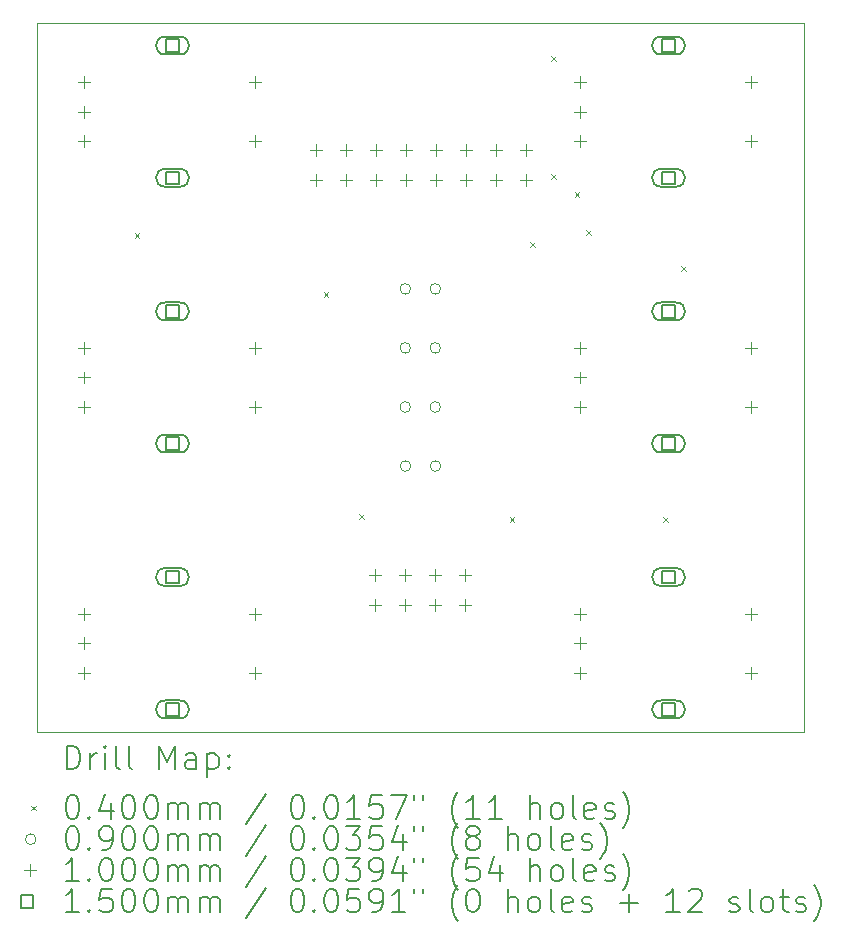
<source format=gbr>
%TF.GenerationSoftware,KiCad,Pcbnew,7.0.5*%
%TF.CreationDate,2023-07-13T08:53:05+02:00*%
%TF.ProjectId,Encoder-Holder,456e636f-6465-4722-9d48-6f6c6465722e,rev?*%
%TF.SameCoordinates,Original*%
%TF.FileFunction,Drillmap*%
%TF.FilePolarity,Positive*%
%FSLAX45Y45*%
G04 Gerber Fmt 4.5, Leading zero omitted, Abs format (unit mm)*
G04 Created by KiCad (PCBNEW 7.0.5) date 2023-07-13 08:53:05*
%MOMM*%
%LPD*%
G01*
G04 APERTURE LIST*
%ADD10C,0.100000*%
%ADD11C,0.200000*%
%ADD12C,0.040000*%
%ADD13C,0.090000*%
%ADD14C,0.150000*%
G04 APERTURE END LIST*
D10*
X10000000Y-5000000D02*
X16500000Y-5000000D01*
X16500000Y-11000000D01*
X10000000Y-11000000D01*
X10000000Y-5000000D01*
D11*
D12*
X10830000Y-6780000D02*
X10870000Y-6820000D01*
X10870000Y-6780000D02*
X10830000Y-6820000D01*
X12430000Y-7280000D02*
X12470000Y-7320000D01*
X12470000Y-7280000D02*
X12430000Y-7320000D01*
X12730000Y-9155000D02*
X12770000Y-9195000D01*
X12770000Y-9155000D02*
X12730000Y-9195000D01*
X14005000Y-9180000D02*
X14045000Y-9220000D01*
X14045000Y-9180000D02*
X14005000Y-9220000D01*
X14180000Y-6855000D02*
X14220000Y-6895000D01*
X14220000Y-6855000D02*
X14180000Y-6895000D01*
X14355000Y-5280000D02*
X14395000Y-5320000D01*
X14395000Y-5280000D02*
X14355000Y-5320000D01*
X14355000Y-6280000D02*
X14395000Y-6320000D01*
X14395000Y-6280000D02*
X14355000Y-6320000D01*
X14555000Y-6430000D02*
X14595000Y-6470000D01*
X14595000Y-6430000D02*
X14555000Y-6470000D01*
X14655000Y-6755000D02*
X14695000Y-6795000D01*
X14695000Y-6755000D02*
X14655000Y-6795000D01*
X15305000Y-9180000D02*
X15345000Y-9220000D01*
X15345000Y-9180000D02*
X15305000Y-9220000D01*
X15455000Y-7055000D02*
X15495000Y-7095000D01*
X15495000Y-7055000D02*
X15455000Y-7095000D01*
D13*
X13166000Y-7250000D02*
G75*
G03*
X13166000Y-7250000I-45000J0D01*
G01*
X13166000Y-7750000D02*
G75*
G03*
X13166000Y-7750000I-45000J0D01*
G01*
X13166000Y-8250000D02*
G75*
G03*
X13166000Y-8250000I-45000J0D01*
G01*
X13167500Y-8750000D02*
G75*
G03*
X13167500Y-8750000I-45000J0D01*
G01*
X13420000Y-7250000D02*
G75*
G03*
X13420000Y-7250000I-45000J0D01*
G01*
X13420000Y-7750000D02*
G75*
G03*
X13420000Y-7750000I-45000J0D01*
G01*
X13420000Y-8250000D02*
G75*
G03*
X13420000Y-8250000I-45000J0D01*
G01*
X13421500Y-8750000D02*
G75*
G03*
X13421500Y-8750000I-45000J0D01*
G01*
D10*
X10400000Y-5450000D02*
X10400000Y-5550000D01*
X10350000Y-5500000D02*
X10450000Y-5500000D01*
X10400000Y-5700000D02*
X10400000Y-5800000D01*
X10350000Y-5750000D02*
X10450000Y-5750000D01*
X10400000Y-5950000D02*
X10400000Y-6050000D01*
X10350000Y-6000000D02*
X10450000Y-6000000D01*
X10400000Y-7700000D02*
X10400000Y-7800000D01*
X10350000Y-7750000D02*
X10450000Y-7750000D01*
X10400000Y-7950000D02*
X10400000Y-8050000D01*
X10350000Y-8000000D02*
X10450000Y-8000000D01*
X10400000Y-8200000D02*
X10400000Y-8300000D01*
X10350000Y-8250000D02*
X10450000Y-8250000D01*
X10400000Y-9950000D02*
X10400000Y-10050000D01*
X10350000Y-10000000D02*
X10450000Y-10000000D01*
X10400000Y-10200000D02*
X10400000Y-10300000D01*
X10350000Y-10250000D02*
X10450000Y-10250000D01*
X10400000Y-10450000D02*
X10400000Y-10550000D01*
X10350000Y-10500000D02*
X10450000Y-10500000D01*
X11850000Y-5450000D02*
X11850000Y-5550000D01*
X11800000Y-5500000D02*
X11900000Y-5500000D01*
X11850000Y-5950000D02*
X11850000Y-6050000D01*
X11800000Y-6000000D02*
X11900000Y-6000000D01*
X11850000Y-7700000D02*
X11850000Y-7800000D01*
X11800000Y-7750000D02*
X11900000Y-7750000D01*
X11850000Y-8200000D02*
X11850000Y-8300000D01*
X11800000Y-8250000D02*
X11900000Y-8250000D01*
X11850000Y-9950000D02*
X11850000Y-10050000D01*
X11800000Y-10000000D02*
X11900000Y-10000000D01*
X11850000Y-10450000D02*
X11850000Y-10550000D01*
X11800000Y-10500000D02*
X11900000Y-10500000D01*
X12362500Y-6025000D02*
X12362500Y-6125000D01*
X12312500Y-6075000D02*
X12412500Y-6075000D01*
X12362500Y-6279000D02*
X12362500Y-6379000D01*
X12312500Y-6329000D02*
X12412500Y-6329000D01*
X12616500Y-6025000D02*
X12616500Y-6125000D01*
X12566500Y-6075000D02*
X12666500Y-6075000D01*
X12616500Y-6279000D02*
X12616500Y-6379000D01*
X12566500Y-6329000D02*
X12666500Y-6329000D01*
X12867000Y-9621000D02*
X12867000Y-9721000D01*
X12817000Y-9671000D02*
X12917000Y-9671000D01*
X12867000Y-9875000D02*
X12867000Y-9975000D01*
X12817000Y-9925000D02*
X12917000Y-9925000D01*
X12870500Y-6025000D02*
X12870500Y-6125000D01*
X12820500Y-6075000D02*
X12920500Y-6075000D01*
X12870500Y-6279000D02*
X12870500Y-6379000D01*
X12820500Y-6329000D02*
X12920500Y-6329000D01*
X13121000Y-9621000D02*
X13121000Y-9721000D01*
X13071000Y-9671000D02*
X13171000Y-9671000D01*
X13121000Y-9875000D02*
X13121000Y-9975000D01*
X13071000Y-9925000D02*
X13171000Y-9925000D01*
X13124500Y-6025000D02*
X13124500Y-6125000D01*
X13074500Y-6075000D02*
X13174500Y-6075000D01*
X13124500Y-6279000D02*
X13124500Y-6379000D01*
X13074500Y-6329000D02*
X13174500Y-6329000D01*
X13375000Y-9621000D02*
X13375000Y-9721000D01*
X13325000Y-9671000D02*
X13425000Y-9671000D01*
X13375000Y-9875000D02*
X13375000Y-9975000D01*
X13325000Y-9925000D02*
X13425000Y-9925000D01*
X13378500Y-6025000D02*
X13378500Y-6125000D01*
X13328500Y-6075000D02*
X13428500Y-6075000D01*
X13378500Y-6279000D02*
X13378500Y-6379000D01*
X13328500Y-6329000D02*
X13428500Y-6329000D01*
X13629000Y-9621000D02*
X13629000Y-9721000D01*
X13579000Y-9671000D02*
X13679000Y-9671000D01*
X13629000Y-9875000D02*
X13629000Y-9975000D01*
X13579000Y-9925000D02*
X13679000Y-9925000D01*
X13632500Y-6025000D02*
X13632500Y-6125000D01*
X13582500Y-6075000D02*
X13682500Y-6075000D01*
X13632500Y-6279000D02*
X13632500Y-6379000D01*
X13582500Y-6329000D02*
X13682500Y-6329000D01*
X13886500Y-6025000D02*
X13886500Y-6125000D01*
X13836500Y-6075000D02*
X13936500Y-6075000D01*
X13886500Y-6279000D02*
X13886500Y-6379000D01*
X13836500Y-6329000D02*
X13936500Y-6329000D01*
X14140500Y-6025000D02*
X14140500Y-6125000D01*
X14090500Y-6075000D02*
X14190500Y-6075000D01*
X14140500Y-6279000D02*
X14140500Y-6379000D01*
X14090500Y-6329000D02*
X14190500Y-6329000D01*
X14600000Y-5450000D02*
X14600000Y-5550000D01*
X14550000Y-5500000D02*
X14650000Y-5500000D01*
X14600000Y-5700000D02*
X14600000Y-5800000D01*
X14550000Y-5750000D02*
X14650000Y-5750000D01*
X14600000Y-5950000D02*
X14600000Y-6050000D01*
X14550000Y-6000000D02*
X14650000Y-6000000D01*
X14600000Y-7700000D02*
X14600000Y-7800000D01*
X14550000Y-7750000D02*
X14650000Y-7750000D01*
X14600000Y-7950000D02*
X14600000Y-8050000D01*
X14550000Y-8000000D02*
X14650000Y-8000000D01*
X14600000Y-8200000D02*
X14600000Y-8300000D01*
X14550000Y-8250000D02*
X14650000Y-8250000D01*
X14600000Y-9950000D02*
X14600000Y-10050000D01*
X14550000Y-10000000D02*
X14650000Y-10000000D01*
X14600000Y-10200000D02*
X14600000Y-10300000D01*
X14550000Y-10250000D02*
X14650000Y-10250000D01*
X14600000Y-10450000D02*
X14600000Y-10550000D01*
X14550000Y-10500000D02*
X14650000Y-10500000D01*
X16050000Y-5450000D02*
X16050000Y-5550000D01*
X16000000Y-5500000D02*
X16100000Y-5500000D01*
X16050000Y-5950000D02*
X16050000Y-6050000D01*
X16000000Y-6000000D02*
X16100000Y-6000000D01*
X16050000Y-7700000D02*
X16050000Y-7800000D01*
X16000000Y-7750000D02*
X16100000Y-7750000D01*
X16050000Y-8200000D02*
X16050000Y-8300000D01*
X16000000Y-8250000D02*
X16100000Y-8250000D01*
X16050000Y-9950000D02*
X16050000Y-10050000D01*
X16000000Y-10000000D02*
X16100000Y-10000000D01*
X16050000Y-10450000D02*
X16050000Y-10550000D01*
X16000000Y-10500000D02*
X16100000Y-10500000D01*
D14*
X11203033Y-5243034D02*
X11203033Y-5136967D01*
X11096967Y-5136967D01*
X11096967Y-5243034D01*
X11203033Y-5243034D01*
D11*
X11085000Y-5265000D02*
X11215000Y-5265000D01*
X11215000Y-5265000D02*
G75*
G03*
X11215000Y-5115000I0J75000D01*
G01*
X11215000Y-5115000D02*
X11085000Y-5115000D01*
X11085000Y-5115000D02*
G75*
G03*
X11085000Y-5265000I0J-75000D01*
G01*
D14*
X11203033Y-6363033D02*
X11203033Y-6256966D01*
X11096967Y-6256966D01*
X11096967Y-6363033D01*
X11203033Y-6363033D01*
D11*
X11085000Y-6385000D02*
X11215000Y-6385000D01*
X11215000Y-6385000D02*
G75*
G03*
X11215000Y-6235000I0J75000D01*
G01*
X11215000Y-6235000D02*
X11085000Y-6235000D01*
X11085000Y-6235000D02*
G75*
G03*
X11085000Y-6385000I0J-75000D01*
G01*
D14*
X11203033Y-7493033D02*
X11203033Y-7386966D01*
X11096967Y-7386966D01*
X11096967Y-7493033D01*
X11203033Y-7493033D01*
D11*
X11085000Y-7515000D02*
X11215000Y-7515000D01*
X11215000Y-7515000D02*
G75*
G03*
X11215000Y-7365000I0J75000D01*
G01*
X11215000Y-7365000D02*
X11085000Y-7365000D01*
X11085000Y-7365000D02*
G75*
G03*
X11085000Y-7515000I0J-75000D01*
G01*
D14*
X11203033Y-8613034D02*
X11203033Y-8506967D01*
X11096967Y-8506967D01*
X11096967Y-8613034D01*
X11203033Y-8613034D01*
D11*
X11085000Y-8635000D02*
X11215000Y-8635000D01*
X11215000Y-8635000D02*
G75*
G03*
X11215000Y-8485000I0J75000D01*
G01*
X11215000Y-8485000D02*
X11085000Y-8485000D01*
X11085000Y-8485000D02*
G75*
G03*
X11085000Y-8635000I0J-75000D01*
G01*
D14*
X11203033Y-9743034D02*
X11203033Y-9636967D01*
X11096967Y-9636967D01*
X11096967Y-9743034D01*
X11203033Y-9743034D01*
D11*
X11085000Y-9765000D02*
X11215000Y-9765000D01*
X11215000Y-9765000D02*
G75*
G03*
X11215000Y-9615000I0J75000D01*
G01*
X11215000Y-9615000D02*
X11085000Y-9615000D01*
X11085000Y-9615000D02*
G75*
G03*
X11085000Y-9765000I0J-75000D01*
G01*
D14*
X11203033Y-10863034D02*
X11203033Y-10756967D01*
X11096967Y-10756967D01*
X11096967Y-10863034D01*
X11203033Y-10863034D01*
D11*
X11085000Y-10885000D02*
X11215000Y-10885000D01*
X11215000Y-10885000D02*
G75*
G03*
X11215000Y-10735000I0J75000D01*
G01*
X11215000Y-10735000D02*
X11085000Y-10735000D01*
X11085000Y-10735000D02*
G75*
G03*
X11085000Y-10885000I0J-75000D01*
G01*
D14*
X15403033Y-5243034D02*
X15403033Y-5136967D01*
X15296966Y-5136967D01*
X15296966Y-5243034D01*
X15403033Y-5243034D01*
D11*
X15285000Y-5265000D02*
X15415000Y-5265000D01*
X15415000Y-5265000D02*
G75*
G03*
X15415000Y-5115000I0J75000D01*
G01*
X15415000Y-5115000D02*
X15285000Y-5115000D01*
X15285000Y-5115000D02*
G75*
G03*
X15285000Y-5265000I0J-75000D01*
G01*
D14*
X15403033Y-6363033D02*
X15403033Y-6256966D01*
X15296966Y-6256966D01*
X15296966Y-6363033D01*
X15403033Y-6363033D01*
D11*
X15285000Y-6385000D02*
X15415000Y-6385000D01*
X15415000Y-6385000D02*
G75*
G03*
X15415000Y-6235000I0J75000D01*
G01*
X15415000Y-6235000D02*
X15285000Y-6235000D01*
X15285000Y-6235000D02*
G75*
G03*
X15285000Y-6385000I0J-75000D01*
G01*
D14*
X15403033Y-7493033D02*
X15403033Y-7386966D01*
X15296966Y-7386966D01*
X15296966Y-7493033D01*
X15403033Y-7493033D01*
D11*
X15285000Y-7515000D02*
X15415000Y-7515000D01*
X15415000Y-7515000D02*
G75*
G03*
X15415000Y-7365000I0J75000D01*
G01*
X15415000Y-7365000D02*
X15285000Y-7365000D01*
X15285000Y-7365000D02*
G75*
G03*
X15285000Y-7515000I0J-75000D01*
G01*
D14*
X15403033Y-8613034D02*
X15403033Y-8506967D01*
X15296966Y-8506967D01*
X15296966Y-8613034D01*
X15403033Y-8613034D01*
D11*
X15285000Y-8635000D02*
X15415000Y-8635000D01*
X15415000Y-8635000D02*
G75*
G03*
X15415000Y-8485000I0J75000D01*
G01*
X15415000Y-8485000D02*
X15285000Y-8485000D01*
X15285000Y-8485000D02*
G75*
G03*
X15285000Y-8635000I0J-75000D01*
G01*
D14*
X15403033Y-9743034D02*
X15403033Y-9636967D01*
X15296966Y-9636967D01*
X15296966Y-9743034D01*
X15403033Y-9743034D01*
D11*
X15285000Y-9765000D02*
X15415000Y-9765000D01*
X15415000Y-9765000D02*
G75*
G03*
X15415000Y-9615000I0J75000D01*
G01*
X15415000Y-9615000D02*
X15285000Y-9615000D01*
X15285000Y-9615000D02*
G75*
G03*
X15285000Y-9765000I0J-75000D01*
G01*
D14*
X15403033Y-10863034D02*
X15403033Y-10756967D01*
X15296966Y-10756967D01*
X15296966Y-10863034D01*
X15403033Y-10863034D01*
D11*
X15285000Y-10885000D02*
X15415000Y-10885000D01*
X15415000Y-10885000D02*
G75*
G03*
X15415000Y-10735000I0J75000D01*
G01*
X15415000Y-10735000D02*
X15285000Y-10735000D01*
X15285000Y-10735000D02*
G75*
G03*
X15285000Y-10885000I0J-75000D01*
G01*
X10255777Y-11316484D02*
X10255777Y-11116484D01*
X10255777Y-11116484D02*
X10303396Y-11116484D01*
X10303396Y-11116484D02*
X10331967Y-11126008D01*
X10331967Y-11126008D02*
X10351015Y-11145055D01*
X10351015Y-11145055D02*
X10360539Y-11164103D01*
X10360539Y-11164103D02*
X10370063Y-11202198D01*
X10370063Y-11202198D02*
X10370063Y-11230769D01*
X10370063Y-11230769D02*
X10360539Y-11268865D01*
X10360539Y-11268865D02*
X10351015Y-11287912D01*
X10351015Y-11287912D02*
X10331967Y-11306960D01*
X10331967Y-11306960D02*
X10303396Y-11316484D01*
X10303396Y-11316484D02*
X10255777Y-11316484D01*
X10455777Y-11316484D02*
X10455777Y-11183150D01*
X10455777Y-11221246D02*
X10465301Y-11202198D01*
X10465301Y-11202198D02*
X10474824Y-11192674D01*
X10474824Y-11192674D02*
X10493872Y-11183150D01*
X10493872Y-11183150D02*
X10512920Y-11183150D01*
X10579586Y-11316484D02*
X10579586Y-11183150D01*
X10579586Y-11116484D02*
X10570063Y-11126008D01*
X10570063Y-11126008D02*
X10579586Y-11135531D01*
X10579586Y-11135531D02*
X10589110Y-11126008D01*
X10589110Y-11126008D02*
X10579586Y-11116484D01*
X10579586Y-11116484D02*
X10579586Y-11135531D01*
X10703396Y-11316484D02*
X10684348Y-11306960D01*
X10684348Y-11306960D02*
X10674824Y-11287912D01*
X10674824Y-11287912D02*
X10674824Y-11116484D01*
X10808158Y-11316484D02*
X10789110Y-11306960D01*
X10789110Y-11306960D02*
X10779586Y-11287912D01*
X10779586Y-11287912D02*
X10779586Y-11116484D01*
X11036729Y-11316484D02*
X11036729Y-11116484D01*
X11036729Y-11116484D02*
X11103396Y-11259341D01*
X11103396Y-11259341D02*
X11170063Y-11116484D01*
X11170063Y-11116484D02*
X11170063Y-11316484D01*
X11351015Y-11316484D02*
X11351015Y-11211722D01*
X11351015Y-11211722D02*
X11341491Y-11192674D01*
X11341491Y-11192674D02*
X11322443Y-11183150D01*
X11322443Y-11183150D02*
X11284348Y-11183150D01*
X11284348Y-11183150D02*
X11265301Y-11192674D01*
X11351015Y-11306960D02*
X11331967Y-11316484D01*
X11331967Y-11316484D02*
X11284348Y-11316484D01*
X11284348Y-11316484D02*
X11265301Y-11306960D01*
X11265301Y-11306960D02*
X11255777Y-11287912D01*
X11255777Y-11287912D02*
X11255777Y-11268865D01*
X11255777Y-11268865D02*
X11265301Y-11249817D01*
X11265301Y-11249817D02*
X11284348Y-11240293D01*
X11284348Y-11240293D02*
X11331967Y-11240293D01*
X11331967Y-11240293D02*
X11351015Y-11230769D01*
X11446253Y-11183150D02*
X11446253Y-11383150D01*
X11446253Y-11192674D02*
X11465301Y-11183150D01*
X11465301Y-11183150D02*
X11503396Y-11183150D01*
X11503396Y-11183150D02*
X11522443Y-11192674D01*
X11522443Y-11192674D02*
X11531967Y-11202198D01*
X11531967Y-11202198D02*
X11541491Y-11221246D01*
X11541491Y-11221246D02*
X11541491Y-11278388D01*
X11541491Y-11278388D02*
X11531967Y-11297436D01*
X11531967Y-11297436D02*
X11522443Y-11306960D01*
X11522443Y-11306960D02*
X11503396Y-11316484D01*
X11503396Y-11316484D02*
X11465301Y-11316484D01*
X11465301Y-11316484D02*
X11446253Y-11306960D01*
X11627205Y-11297436D02*
X11636729Y-11306960D01*
X11636729Y-11306960D02*
X11627205Y-11316484D01*
X11627205Y-11316484D02*
X11617682Y-11306960D01*
X11617682Y-11306960D02*
X11627205Y-11297436D01*
X11627205Y-11297436D02*
X11627205Y-11316484D01*
X11627205Y-11192674D02*
X11636729Y-11202198D01*
X11636729Y-11202198D02*
X11627205Y-11211722D01*
X11627205Y-11211722D02*
X11617682Y-11202198D01*
X11617682Y-11202198D02*
X11627205Y-11192674D01*
X11627205Y-11192674D02*
X11627205Y-11211722D01*
D12*
X9955000Y-11625000D02*
X9995000Y-11665000D01*
X9995000Y-11625000D02*
X9955000Y-11665000D01*
D11*
X10293872Y-11536484D02*
X10312920Y-11536484D01*
X10312920Y-11536484D02*
X10331967Y-11546008D01*
X10331967Y-11546008D02*
X10341491Y-11555531D01*
X10341491Y-11555531D02*
X10351015Y-11574579D01*
X10351015Y-11574579D02*
X10360539Y-11612674D01*
X10360539Y-11612674D02*
X10360539Y-11660293D01*
X10360539Y-11660293D02*
X10351015Y-11698388D01*
X10351015Y-11698388D02*
X10341491Y-11717436D01*
X10341491Y-11717436D02*
X10331967Y-11726960D01*
X10331967Y-11726960D02*
X10312920Y-11736484D01*
X10312920Y-11736484D02*
X10293872Y-11736484D01*
X10293872Y-11736484D02*
X10274824Y-11726960D01*
X10274824Y-11726960D02*
X10265301Y-11717436D01*
X10265301Y-11717436D02*
X10255777Y-11698388D01*
X10255777Y-11698388D02*
X10246253Y-11660293D01*
X10246253Y-11660293D02*
X10246253Y-11612674D01*
X10246253Y-11612674D02*
X10255777Y-11574579D01*
X10255777Y-11574579D02*
X10265301Y-11555531D01*
X10265301Y-11555531D02*
X10274824Y-11546008D01*
X10274824Y-11546008D02*
X10293872Y-11536484D01*
X10446253Y-11717436D02*
X10455777Y-11726960D01*
X10455777Y-11726960D02*
X10446253Y-11736484D01*
X10446253Y-11736484D02*
X10436729Y-11726960D01*
X10436729Y-11726960D02*
X10446253Y-11717436D01*
X10446253Y-11717436D02*
X10446253Y-11736484D01*
X10627205Y-11603150D02*
X10627205Y-11736484D01*
X10579586Y-11526960D02*
X10531967Y-11669817D01*
X10531967Y-11669817D02*
X10655777Y-11669817D01*
X10770063Y-11536484D02*
X10789110Y-11536484D01*
X10789110Y-11536484D02*
X10808158Y-11546008D01*
X10808158Y-11546008D02*
X10817682Y-11555531D01*
X10817682Y-11555531D02*
X10827205Y-11574579D01*
X10827205Y-11574579D02*
X10836729Y-11612674D01*
X10836729Y-11612674D02*
X10836729Y-11660293D01*
X10836729Y-11660293D02*
X10827205Y-11698388D01*
X10827205Y-11698388D02*
X10817682Y-11717436D01*
X10817682Y-11717436D02*
X10808158Y-11726960D01*
X10808158Y-11726960D02*
X10789110Y-11736484D01*
X10789110Y-11736484D02*
X10770063Y-11736484D01*
X10770063Y-11736484D02*
X10751015Y-11726960D01*
X10751015Y-11726960D02*
X10741491Y-11717436D01*
X10741491Y-11717436D02*
X10731967Y-11698388D01*
X10731967Y-11698388D02*
X10722444Y-11660293D01*
X10722444Y-11660293D02*
X10722444Y-11612674D01*
X10722444Y-11612674D02*
X10731967Y-11574579D01*
X10731967Y-11574579D02*
X10741491Y-11555531D01*
X10741491Y-11555531D02*
X10751015Y-11546008D01*
X10751015Y-11546008D02*
X10770063Y-11536484D01*
X10960539Y-11536484D02*
X10979586Y-11536484D01*
X10979586Y-11536484D02*
X10998634Y-11546008D01*
X10998634Y-11546008D02*
X11008158Y-11555531D01*
X11008158Y-11555531D02*
X11017682Y-11574579D01*
X11017682Y-11574579D02*
X11027205Y-11612674D01*
X11027205Y-11612674D02*
X11027205Y-11660293D01*
X11027205Y-11660293D02*
X11017682Y-11698388D01*
X11017682Y-11698388D02*
X11008158Y-11717436D01*
X11008158Y-11717436D02*
X10998634Y-11726960D01*
X10998634Y-11726960D02*
X10979586Y-11736484D01*
X10979586Y-11736484D02*
X10960539Y-11736484D01*
X10960539Y-11736484D02*
X10941491Y-11726960D01*
X10941491Y-11726960D02*
X10931967Y-11717436D01*
X10931967Y-11717436D02*
X10922444Y-11698388D01*
X10922444Y-11698388D02*
X10912920Y-11660293D01*
X10912920Y-11660293D02*
X10912920Y-11612674D01*
X10912920Y-11612674D02*
X10922444Y-11574579D01*
X10922444Y-11574579D02*
X10931967Y-11555531D01*
X10931967Y-11555531D02*
X10941491Y-11546008D01*
X10941491Y-11546008D02*
X10960539Y-11536484D01*
X11112920Y-11736484D02*
X11112920Y-11603150D01*
X11112920Y-11622198D02*
X11122444Y-11612674D01*
X11122444Y-11612674D02*
X11141491Y-11603150D01*
X11141491Y-11603150D02*
X11170063Y-11603150D01*
X11170063Y-11603150D02*
X11189110Y-11612674D01*
X11189110Y-11612674D02*
X11198634Y-11631722D01*
X11198634Y-11631722D02*
X11198634Y-11736484D01*
X11198634Y-11631722D02*
X11208158Y-11612674D01*
X11208158Y-11612674D02*
X11227205Y-11603150D01*
X11227205Y-11603150D02*
X11255777Y-11603150D01*
X11255777Y-11603150D02*
X11274824Y-11612674D01*
X11274824Y-11612674D02*
X11284348Y-11631722D01*
X11284348Y-11631722D02*
X11284348Y-11736484D01*
X11379586Y-11736484D02*
X11379586Y-11603150D01*
X11379586Y-11622198D02*
X11389110Y-11612674D01*
X11389110Y-11612674D02*
X11408158Y-11603150D01*
X11408158Y-11603150D02*
X11436729Y-11603150D01*
X11436729Y-11603150D02*
X11455777Y-11612674D01*
X11455777Y-11612674D02*
X11465301Y-11631722D01*
X11465301Y-11631722D02*
X11465301Y-11736484D01*
X11465301Y-11631722D02*
X11474824Y-11612674D01*
X11474824Y-11612674D02*
X11493872Y-11603150D01*
X11493872Y-11603150D02*
X11522443Y-11603150D01*
X11522443Y-11603150D02*
X11541491Y-11612674D01*
X11541491Y-11612674D02*
X11551015Y-11631722D01*
X11551015Y-11631722D02*
X11551015Y-11736484D01*
X11941491Y-11526960D02*
X11770063Y-11784103D01*
X12198634Y-11536484D02*
X12217682Y-11536484D01*
X12217682Y-11536484D02*
X12236729Y-11546008D01*
X12236729Y-11546008D02*
X12246253Y-11555531D01*
X12246253Y-11555531D02*
X12255777Y-11574579D01*
X12255777Y-11574579D02*
X12265301Y-11612674D01*
X12265301Y-11612674D02*
X12265301Y-11660293D01*
X12265301Y-11660293D02*
X12255777Y-11698388D01*
X12255777Y-11698388D02*
X12246253Y-11717436D01*
X12246253Y-11717436D02*
X12236729Y-11726960D01*
X12236729Y-11726960D02*
X12217682Y-11736484D01*
X12217682Y-11736484D02*
X12198634Y-11736484D01*
X12198634Y-11736484D02*
X12179586Y-11726960D01*
X12179586Y-11726960D02*
X12170063Y-11717436D01*
X12170063Y-11717436D02*
X12160539Y-11698388D01*
X12160539Y-11698388D02*
X12151015Y-11660293D01*
X12151015Y-11660293D02*
X12151015Y-11612674D01*
X12151015Y-11612674D02*
X12160539Y-11574579D01*
X12160539Y-11574579D02*
X12170063Y-11555531D01*
X12170063Y-11555531D02*
X12179586Y-11546008D01*
X12179586Y-11546008D02*
X12198634Y-11536484D01*
X12351015Y-11717436D02*
X12360539Y-11726960D01*
X12360539Y-11726960D02*
X12351015Y-11736484D01*
X12351015Y-11736484D02*
X12341491Y-11726960D01*
X12341491Y-11726960D02*
X12351015Y-11717436D01*
X12351015Y-11717436D02*
X12351015Y-11736484D01*
X12484348Y-11536484D02*
X12503396Y-11536484D01*
X12503396Y-11536484D02*
X12522444Y-11546008D01*
X12522444Y-11546008D02*
X12531967Y-11555531D01*
X12531967Y-11555531D02*
X12541491Y-11574579D01*
X12541491Y-11574579D02*
X12551015Y-11612674D01*
X12551015Y-11612674D02*
X12551015Y-11660293D01*
X12551015Y-11660293D02*
X12541491Y-11698388D01*
X12541491Y-11698388D02*
X12531967Y-11717436D01*
X12531967Y-11717436D02*
X12522444Y-11726960D01*
X12522444Y-11726960D02*
X12503396Y-11736484D01*
X12503396Y-11736484D02*
X12484348Y-11736484D01*
X12484348Y-11736484D02*
X12465301Y-11726960D01*
X12465301Y-11726960D02*
X12455777Y-11717436D01*
X12455777Y-11717436D02*
X12446253Y-11698388D01*
X12446253Y-11698388D02*
X12436729Y-11660293D01*
X12436729Y-11660293D02*
X12436729Y-11612674D01*
X12436729Y-11612674D02*
X12446253Y-11574579D01*
X12446253Y-11574579D02*
X12455777Y-11555531D01*
X12455777Y-11555531D02*
X12465301Y-11546008D01*
X12465301Y-11546008D02*
X12484348Y-11536484D01*
X12741491Y-11736484D02*
X12627206Y-11736484D01*
X12684348Y-11736484D02*
X12684348Y-11536484D01*
X12684348Y-11536484D02*
X12665301Y-11565055D01*
X12665301Y-11565055D02*
X12646253Y-11584103D01*
X12646253Y-11584103D02*
X12627206Y-11593627D01*
X12922444Y-11536484D02*
X12827206Y-11536484D01*
X12827206Y-11536484D02*
X12817682Y-11631722D01*
X12817682Y-11631722D02*
X12827206Y-11622198D01*
X12827206Y-11622198D02*
X12846253Y-11612674D01*
X12846253Y-11612674D02*
X12893872Y-11612674D01*
X12893872Y-11612674D02*
X12912920Y-11622198D01*
X12912920Y-11622198D02*
X12922444Y-11631722D01*
X12922444Y-11631722D02*
X12931967Y-11650769D01*
X12931967Y-11650769D02*
X12931967Y-11698388D01*
X12931967Y-11698388D02*
X12922444Y-11717436D01*
X12922444Y-11717436D02*
X12912920Y-11726960D01*
X12912920Y-11726960D02*
X12893872Y-11736484D01*
X12893872Y-11736484D02*
X12846253Y-11736484D01*
X12846253Y-11736484D02*
X12827206Y-11726960D01*
X12827206Y-11726960D02*
X12817682Y-11717436D01*
X12998634Y-11536484D02*
X13131967Y-11536484D01*
X13131967Y-11536484D02*
X13046253Y-11736484D01*
X13198634Y-11536484D02*
X13198634Y-11574579D01*
X13274825Y-11536484D02*
X13274825Y-11574579D01*
X13570063Y-11812674D02*
X13560539Y-11803150D01*
X13560539Y-11803150D02*
X13541491Y-11774579D01*
X13541491Y-11774579D02*
X13531968Y-11755531D01*
X13531968Y-11755531D02*
X13522444Y-11726960D01*
X13522444Y-11726960D02*
X13512920Y-11679341D01*
X13512920Y-11679341D02*
X13512920Y-11641246D01*
X13512920Y-11641246D02*
X13522444Y-11593627D01*
X13522444Y-11593627D02*
X13531968Y-11565055D01*
X13531968Y-11565055D02*
X13541491Y-11546008D01*
X13541491Y-11546008D02*
X13560539Y-11517436D01*
X13560539Y-11517436D02*
X13570063Y-11507912D01*
X13751015Y-11736484D02*
X13636729Y-11736484D01*
X13693872Y-11736484D02*
X13693872Y-11536484D01*
X13693872Y-11536484D02*
X13674825Y-11565055D01*
X13674825Y-11565055D02*
X13655777Y-11584103D01*
X13655777Y-11584103D02*
X13636729Y-11593627D01*
X13941491Y-11736484D02*
X13827206Y-11736484D01*
X13884348Y-11736484D02*
X13884348Y-11536484D01*
X13884348Y-11536484D02*
X13865301Y-11565055D01*
X13865301Y-11565055D02*
X13846253Y-11584103D01*
X13846253Y-11584103D02*
X13827206Y-11593627D01*
X14179587Y-11736484D02*
X14179587Y-11536484D01*
X14265301Y-11736484D02*
X14265301Y-11631722D01*
X14265301Y-11631722D02*
X14255777Y-11612674D01*
X14255777Y-11612674D02*
X14236730Y-11603150D01*
X14236730Y-11603150D02*
X14208158Y-11603150D01*
X14208158Y-11603150D02*
X14189110Y-11612674D01*
X14189110Y-11612674D02*
X14179587Y-11622198D01*
X14389110Y-11736484D02*
X14370063Y-11726960D01*
X14370063Y-11726960D02*
X14360539Y-11717436D01*
X14360539Y-11717436D02*
X14351015Y-11698388D01*
X14351015Y-11698388D02*
X14351015Y-11641246D01*
X14351015Y-11641246D02*
X14360539Y-11622198D01*
X14360539Y-11622198D02*
X14370063Y-11612674D01*
X14370063Y-11612674D02*
X14389110Y-11603150D01*
X14389110Y-11603150D02*
X14417682Y-11603150D01*
X14417682Y-11603150D02*
X14436730Y-11612674D01*
X14436730Y-11612674D02*
X14446253Y-11622198D01*
X14446253Y-11622198D02*
X14455777Y-11641246D01*
X14455777Y-11641246D02*
X14455777Y-11698388D01*
X14455777Y-11698388D02*
X14446253Y-11717436D01*
X14446253Y-11717436D02*
X14436730Y-11726960D01*
X14436730Y-11726960D02*
X14417682Y-11736484D01*
X14417682Y-11736484D02*
X14389110Y-11736484D01*
X14570063Y-11736484D02*
X14551015Y-11726960D01*
X14551015Y-11726960D02*
X14541491Y-11707912D01*
X14541491Y-11707912D02*
X14541491Y-11536484D01*
X14722444Y-11726960D02*
X14703396Y-11736484D01*
X14703396Y-11736484D02*
X14665301Y-11736484D01*
X14665301Y-11736484D02*
X14646253Y-11726960D01*
X14646253Y-11726960D02*
X14636730Y-11707912D01*
X14636730Y-11707912D02*
X14636730Y-11631722D01*
X14636730Y-11631722D02*
X14646253Y-11612674D01*
X14646253Y-11612674D02*
X14665301Y-11603150D01*
X14665301Y-11603150D02*
X14703396Y-11603150D01*
X14703396Y-11603150D02*
X14722444Y-11612674D01*
X14722444Y-11612674D02*
X14731968Y-11631722D01*
X14731968Y-11631722D02*
X14731968Y-11650769D01*
X14731968Y-11650769D02*
X14636730Y-11669817D01*
X14808158Y-11726960D02*
X14827206Y-11736484D01*
X14827206Y-11736484D02*
X14865301Y-11736484D01*
X14865301Y-11736484D02*
X14884349Y-11726960D01*
X14884349Y-11726960D02*
X14893872Y-11707912D01*
X14893872Y-11707912D02*
X14893872Y-11698388D01*
X14893872Y-11698388D02*
X14884349Y-11679341D01*
X14884349Y-11679341D02*
X14865301Y-11669817D01*
X14865301Y-11669817D02*
X14836730Y-11669817D01*
X14836730Y-11669817D02*
X14817682Y-11660293D01*
X14817682Y-11660293D02*
X14808158Y-11641246D01*
X14808158Y-11641246D02*
X14808158Y-11631722D01*
X14808158Y-11631722D02*
X14817682Y-11612674D01*
X14817682Y-11612674D02*
X14836730Y-11603150D01*
X14836730Y-11603150D02*
X14865301Y-11603150D01*
X14865301Y-11603150D02*
X14884349Y-11612674D01*
X14960539Y-11812674D02*
X14970063Y-11803150D01*
X14970063Y-11803150D02*
X14989111Y-11774579D01*
X14989111Y-11774579D02*
X14998634Y-11755531D01*
X14998634Y-11755531D02*
X15008158Y-11726960D01*
X15008158Y-11726960D02*
X15017682Y-11679341D01*
X15017682Y-11679341D02*
X15017682Y-11641246D01*
X15017682Y-11641246D02*
X15008158Y-11593627D01*
X15008158Y-11593627D02*
X14998634Y-11565055D01*
X14998634Y-11565055D02*
X14989111Y-11546008D01*
X14989111Y-11546008D02*
X14970063Y-11517436D01*
X14970063Y-11517436D02*
X14960539Y-11507912D01*
D13*
X9995000Y-11909000D02*
G75*
G03*
X9995000Y-11909000I-45000J0D01*
G01*
D11*
X10293872Y-11800484D02*
X10312920Y-11800484D01*
X10312920Y-11800484D02*
X10331967Y-11810008D01*
X10331967Y-11810008D02*
X10341491Y-11819531D01*
X10341491Y-11819531D02*
X10351015Y-11838579D01*
X10351015Y-11838579D02*
X10360539Y-11876674D01*
X10360539Y-11876674D02*
X10360539Y-11924293D01*
X10360539Y-11924293D02*
X10351015Y-11962388D01*
X10351015Y-11962388D02*
X10341491Y-11981436D01*
X10341491Y-11981436D02*
X10331967Y-11990960D01*
X10331967Y-11990960D02*
X10312920Y-12000484D01*
X10312920Y-12000484D02*
X10293872Y-12000484D01*
X10293872Y-12000484D02*
X10274824Y-11990960D01*
X10274824Y-11990960D02*
X10265301Y-11981436D01*
X10265301Y-11981436D02*
X10255777Y-11962388D01*
X10255777Y-11962388D02*
X10246253Y-11924293D01*
X10246253Y-11924293D02*
X10246253Y-11876674D01*
X10246253Y-11876674D02*
X10255777Y-11838579D01*
X10255777Y-11838579D02*
X10265301Y-11819531D01*
X10265301Y-11819531D02*
X10274824Y-11810008D01*
X10274824Y-11810008D02*
X10293872Y-11800484D01*
X10446253Y-11981436D02*
X10455777Y-11990960D01*
X10455777Y-11990960D02*
X10446253Y-12000484D01*
X10446253Y-12000484D02*
X10436729Y-11990960D01*
X10436729Y-11990960D02*
X10446253Y-11981436D01*
X10446253Y-11981436D02*
X10446253Y-12000484D01*
X10551015Y-12000484D02*
X10589110Y-12000484D01*
X10589110Y-12000484D02*
X10608158Y-11990960D01*
X10608158Y-11990960D02*
X10617682Y-11981436D01*
X10617682Y-11981436D02*
X10636729Y-11952865D01*
X10636729Y-11952865D02*
X10646253Y-11914769D01*
X10646253Y-11914769D02*
X10646253Y-11838579D01*
X10646253Y-11838579D02*
X10636729Y-11819531D01*
X10636729Y-11819531D02*
X10627205Y-11810008D01*
X10627205Y-11810008D02*
X10608158Y-11800484D01*
X10608158Y-11800484D02*
X10570063Y-11800484D01*
X10570063Y-11800484D02*
X10551015Y-11810008D01*
X10551015Y-11810008D02*
X10541491Y-11819531D01*
X10541491Y-11819531D02*
X10531967Y-11838579D01*
X10531967Y-11838579D02*
X10531967Y-11886198D01*
X10531967Y-11886198D02*
X10541491Y-11905246D01*
X10541491Y-11905246D02*
X10551015Y-11914769D01*
X10551015Y-11914769D02*
X10570063Y-11924293D01*
X10570063Y-11924293D02*
X10608158Y-11924293D01*
X10608158Y-11924293D02*
X10627205Y-11914769D01*
X10627205Y-11914769D02*
X10636729Y-11905246D01*
X10636729Y-11905246D02*
X10646253Y-11886198D01*
X10770063Y-11800484D02*
X10789110Y-11800484D01*
X10789110Y-11800484D02*
X10808158Y-11810008D01*
X10808158Y-11810008D02*
X10817682Y-11819531D01*
X10817682Y-11819531D02*
X10827205Y-11838579D01*
X10827205Y-11838579D02*
X10836729Y-11876674D01*
X10836729Y-11876674D02*
X10836729Y-11924293D01*
X10836729Y-11924293D02*
X10827205Y-11962388D01*
X10827205Y-11962388D02*
X10817682Y-11981436D01*
X10817682Y-11981436D02*
X10808158Y-11990960D01*
X10808158Y-11990960D02*
X10789110Y-12000484D01*
X10789110Y-12000484D02*
X10770063Y-12000484D01*
X10770063Y-12000484D02*
X10751015Y-11990960D01*
X10751015Y-11990960D02*
X10741491Y-11981436D01*
X10741491Y-11981436D02*
X10731967Y-11962388D01*
X10731967Y-11962388D02*
X10722444Y-11924293D01*
X10722444Y-11924293D02*
X10722444Y-11876674D01*
X10722444Y-11876674D02*
X10731967Y-11838579D01*
X10731967Y-11838579D02*
X10741491Y-11819531D01*
X10741491Y-11819531D02*
X10751015Y-11810008D01*
X10751015Y-11810008D02*
X10770063Y-11800484D01*
X10960539Y-11800484D02*
X10979586Y-11800484D01*
X10979586Y-11800484D02*
X10998634Y-11810008D01*
X10998634Y-11810008D02*
X11008158Y-11819531D01*
X11008158Y-11819531D02*
X11017682Y-11838579D01*
X11017682Y-11838579D02*
X11027205Y-11876674D01*
X11027205Y-11876674D02*
X11027205Y-11924293D01*
X11027205Y-11924293D02*
X11017682Y-11962388D01*
X11017682Y-11962388D02*
X11008158Y-11981436D01*
X11008158Y-11981436D02*
X10998634Y-11990960D01*
X10998634Y-11990960D02*
X10979586Y-12000484D01*
X10979586Y-12000484D02*
X10960539Y-12000484D01*
X10960539Y-12000484D02*
X10941491Y-11990960D01*
X10941491Y-11990960D02*
X10931967Y-11981436D01*
X10931967Y-11981436D02*
X10922444Y-11962388D01*
X10922444Y-11962388D02*
X10912920Y-11924293D01*
X10912920Y-11924293D02*
X10912920Y-11876674D01*
X10912920Y-11876674D02*
X10922444Y-11838579D01*
X10922444Y-11838579D02*
X10931967Y-11819531D01*
X10931967Y-11819531D02*
X10941491Y-11810008D01*
X10941491Y-11810008D02*
X10960539Y-11800484D01*
X11112920Y-12000484D02*
X11112920Y-11867150D01*
X11112920Y-11886198D02*
X11122444Y-11876674D01*
X11122444Y-11876674D02*
X11141491Y-11867150D01*
X11141491Y-11867150D02*
X11170063Y-11867150D01*
X11170063Y-11867150D02*
X11189110Y-11876674D01*
X11189110Y-11876674D02*
X11198634Y-11895722D01*
X11198634Y-11895722D02*
X11198634Y-12000484D01*
X11198634Y-11895722D02*
X11208158Y-11876674D01*
X11208158Y-11876674D02*
X11227205Y-11867150D01*
X11227205Y-11867150D02*
X11255777Y-11867150D01*
X11255777Y-11867150D02*
X11274824Y-11876674D01*
X11274824Y-11876674D02*
X11284348Y-11895722D01*
X11284348Y-11895722D02*
X11284348Y-12000484D01*
X11379586Y-12000484D02*
X11379586Y-11867150D01*
X11379586Y-11886198D02*
X11389110Y-11876674D01*
X11389110Y-11876674D02*
X11408158Y-11867150D01*
X11408158Y-11867150D02*
X11436729Y-11867150D01*
X11436729Y-11867150D02*
X11455777Y-11876674D01*
X11455777Y-11876674D02*
X11465301Y-11895722D01*
X11465301Y-11895722D02*
X11465301Y-12000484D01*
X11465301Y-11895722D02*
X11474824Y-11876674D01*
X11474824Y-11876674D02*
X11493872Y-11867150D01*
X11493872Y-11867150D02*
X11522443Y-11867150D01*
X11522443Y-11867150D02*
X11541491Y-11876674D01*
X11541491Y-11876674D02*
X11551015Y-11895722D01*
X11551015Y-11895722D02*
X11551015Y-12000484D01*
X11941491Y-11790960D02*
X11770063Y-12048103D01*
X12198634Y-11800484D02*
X12217682Y-11800484D01*
X12217682Y-11800484D02*
X12236729Y-11810008D01*
X12236729Y-11810008D02*
X12246253Y-11819531D01*
X12246253Y-11819531D02*
X12255777Y-11838579D01*
X12255777Y-11838579D02*
X12265301Y-11876674D01*
X12265301Y-11876674D02*
X12265301Y-11924293D01*
X12265301Y-11924293D02*
X12255777Y-11962388D01*
X12255777Y-11962388D02*
X12246253Y-11981436D01*
X12246253Y-11981436D02*
X12236729Y-11990960D01*
X12236729Y-11990960D02*
X12217682Y-12000484D01*
X12217682Y-12000484D02*
X12198634Y-12000484D01*
X12198634Y-12000484D02*
X12179586Y-11990960D01*
X12179586Y-11990960D02*
X12170063Y-11981436D01*
X12170063Y-11981436D02*
X12160539Y-11962388D01*
X12160539Y-11962388D02*
X12151015Y-11924293D01*
X12151015Y-11924293D02*
X12151015Y-11876674D01*
X12151015Y-11876674D02*
X12160539Y-11838579D01*
X12160539Y-11838579D02*
X12170063Y-11819531D01*
X12170063Y-11819531D02*
X12179586Y-11810008D01*
X12179586Y-11810008D02*
X12198634Y-11800484D01*
X12351015Y-11981436D02*
X12360539Y-11990960D01*
X12360539Y-11990960D02*
X12351015Y-12000484D01*
X12351015Y-12000484D02*
X12341491Y-11990960D01*
X12341491Y-11990960D02*
X12351015Y-11981436D01*
X12351015Y-11981436D02*
X12351015Y-12000484D01*
X12484348Y-11800484D02*
X12503396Y-11800484D01*
X12503396Y-11800484D02*
X12522444Y-11810008D01*
X12522444Y-11810008D02*
X12531967Y-11819531D01*
X12531967Y-11819531D02*
X12541491Y-11838579D01*
X12541491Y-11838579D02*
X12551015Y-11876674D01*
X12551015Y-11876674D02*
X12551015Y-11924293D01*
X12551015Y-11924293D02*
X12541491Y-11962388D01*
X12541491Y-11962388D02*
X12531967Y-11981436D01*
X12531967Y-11981436D02*
X12522444Y-11990960D01*
X12522444Y-11990960D02*
X12503396Y-12000484D01*
X12503396Y-12000484D02*
X12484348Y-12000484D01*
X12484348Y-12000484D02*
X12465301Y-11990960D01*
X12465301Y-11990960D02*
X12455777Y-11981436D01*
X12455777Y-11981436D02*
X12446253Y-11962388D01*
X12446253Y-11962388D02*
X12436729Y-11924293D01*
X12436729Y-11924293D02*
X12436729Y-11876674D01*
X12436729Y-11876674D02*
X12446253Y-11838579D01*
X12446253Y-11838579D02*
X12455777Y-11819531D01*
X12455777Y-11819531D02*
X12465301Y-11810008D01*
X12465301Y-11810008D02*
X12484348Y-11800484D01*
X12617682Y-11800484D02*
X12741491Y-11800484D01*
X12741491Y-11800484D02*
X12674825Y-11876674D01*
X12674825Y-11876674D02*
X12703396Y-11876674D01*
X12703396Y-11876674D02*
X12722444Y-11886198D01*
X12722444Y-11886198D02*
X12731967Y-11895722D01*
X12731967Y-11895722D02*
X12741491Y-11914769D01*
X12741491Y-11914769D02*
X12741491Y-11962388D01*
X12741491Y-11962388D02*
X12731967Y-11981436D01*
X12731967Y-11981436D02*
X12722444Y-11990960D01*
X12722444Y-11990960D02*
X12703396Y-12000484D01*
X12703396Y-12000484D02*
X12646253Y-12000484D01*
X12646253Y-12000484D02*
X12627206Y-11990960D01*
X12627206Y-11990960D02*
X12617682Y-11981436D01*
X12922444Y-11800484D02*
X12827206Y-11800484D01*
X12827206Y-11800484D02*
X12817682Y-11895722D01*
X12817682Y-11895722D02*
X12827206Y-11886198D01*
X12827206Y-11886198D02*
X12846253Y-11876674D01*
X12846253Y-11876674D02*
X12893872Y-11876674D01*
X12893872Y-11876674D02*
X12912920Y-11886198D01*
X12912920Y-11886198D02*
X12922444Y-11895722D01*
X12922444Y-11895722D02*
X12931967Y-11914769D01*
X12931967Y-11914769D02*
X12931967Y-11962388D01*
X12931967Y-11962388D02*
X12922444Y-11981436D01*
X12922444Y-11981436D02*
X12912920Y-11990960D01*
X12912920Y-11990960D02*
X12893872Y-12000484D01*
X12893872Y-12000484D02*
X12846253Y-12000484D01*
X12846253Y-12000484D02*
X12827206Y-11990960D01*
X12827206Y-11990960D02*
X12817682Y-11981436D01*
X13103396Y-11867150D02*
X13103396Y-12000484D01*
X13055777Y-11790960D02*
X13008158Y-11933817D01*
X13008158Y-11933817D02*
X13131967Y-11933817D01*
X13198634Y-11800484D02*
X13198634Y-11838579D01*
X13274825Y-11800484D02*
X13274825Y-11838579D01*
X13570063Y-12076674D02*
X13560539Y-12067150D01*
X13560539Y-12067150D02*
X13541491Y-12038579D01*
X13541491Y-12038579D02*
X13531968Y-12019531D01*
X13531968Y-12019531D02*
X13522444Y-11990960D01*
X13522444Y-11990960D02*
X13512920Y-11943341D01*
X13512920Y-11943341D02*
X13512920Y-11905246D01*
X13512920Y-11905246D02*
X13522444Y-11857627D01*
X13522444Y-11857627D02*
X13531968Y-11829055D01*
X13531968Y-11829055D02*
X13541491Y-11810008D01*
X13541491Y-11810008D02*
X13560539Y-11781436D01*
X13560539Y-11781436D02*
X13570063Y-11771912D01*
X13674825Y-11886198D02*
X13655777Y-11876674D01*
X13655777Y-11876674D02*
X13646253Y-11867150D01*
X13646253Y-11867150D02*
X13636729Y-11848103D01*
X13636729Y-11848103D02*
X13636729Y-11838579D01*
X13636729Y-11838579D02*
X13646253Y-11819531D01*
X13646253Y-11819531D02*
X13655777Y-11810008D01*
X13655777Y-11810008D02*
X13674825Y-11800484D01*
X13674825Y-11800484D02*
X13712920Y-11800484D01*
X13712920Y-11800484D02*
X13731968Y-11810008D01*
X13731968Y-11810008D02*
X13741491Y-11819531D01*
X13741491Y-11819531D02*
X13751015Y-11838579D01*
X13751015Y-11838579D02*
X13751015Y-11848103D01*
X13751015Y-11848103D02*
X13741491Y-11867150D01*
X13741491Y-11867150D02*
X13731968Y-11876674D01*
X13731968Y-11876674D02*
X13712920Y-11886198D01*
X13712920Y-11886198D02*
X13674825Y-11886198D01*
X13674825Y-11886198D02*
X13655777Y-11895722D01*
X13655777Y-11895722D02*
X13646253Y-11905246D01*
X13646253Y-11905246D02*
X13636729Y-11924293D01*
X13636729Y-11924293D02*
X13636729Y-11962388D01*
X13636729Y-11962388D02*
X13646253Y-11981436D01*
X13646253Y-11981436D02*
X13655777Y-11990960D01*
X13655777Y-11990960D02*
X13674825Y-12000484D01*
X13674825Y-12000484D02*
X13712920Y-12000484D01*
X13712920Y-12000484D02*
X13731968Y-11990960D01*
X13731968Y-11990960D02*
X13741491Y-11981436D01*
X13741491Y-11981436D02*
X13751015Y-11962388D01*
X13751015Y-11962388D02*
X13751015Y-11924293D01*
X13751015Y-11924293D02*
X13741491Y-11905246D01*
X13741491Y-11905246D02*
X13731968Y-11895722D01*
X13731968Y-11895722D02*
X13712920Y-11886198D01*
X13989110Y-12000484D02*
X13989110Y-11800484D01*
X14074825Y-12000484D02*
X14074825Y-11895722D01*
X14074825Y-11895722D02*
X14065301Y-11876674D01*
X14065301Y-11876674D02*
X14046253Y-11867150D01*
X14046253Y-11867150D02*
X14017682Y-11867150D01*
X14017682Y-11867150D02*
X13998634Y-11876674D01*
X13998634Y-11876674D02*
X13989110Y-11886198D01*
X14198634Y-12000484D02*
X14179587Y-11990960D01*
X14179587Y-11990960D02*
X14170063Y-11981436D01*
X14170063Y-11981436D02*
X14160539Y-11962388D01*
X14160539Y-11962388D02*
X14160539Y-11905246D01*
X14160539Y-11905246D02*
X14170063Y-11886198D01*
X14170063Y-11886198D02*
X14179587Y-11876674D01*
X14179587Y-11876674D02*
X14198634Y-11867150D01*
X14198634Y-11867150D02*
X14227206Y-11867150D01*
X14227206Y-11867150D02*
X14246253Y-11876674D01*
X14246253Y-11876674D02*
X14255777Y-11886198D01*
X14255777Y-11886198D02*
X14265301Y-11905246D01*
X14265301Y-11905246D02*
X14265301Y-11962388D01*
X14265301Y-11962388D02*
X14255777Y-11981436D01*
X14255777Y-11981436D02*
X14246253Y-11990960D01*
X14246253Y-11990960D02*
X14227206Y-12000484D01*
X14227206Y-12000484D02*
X14198634Y-12000484D01*
X14379587Y-12000484D02*
X14360539Y-11990960D01*
X14360539Y-11990960D02*
X14351015Y-11971912D01*
X14351015Y-11971912D02*
X14351015Y-11800484D01*
X14531968Y-11990960D02*
X14512920Y-12000484D01*
X14512920Y-12000484D02*
X14474825Y-12000484D01*
X14474825Y-12000484D02*
X14455777Y-11990960D01*
X14455777Y-11990960D02*
X14446253Y-11971912D01*
X14446253Y-11971912D02*
X14446253Y-11895722D01*
X14446253Y-11895722D02*
X14455777Y-11876674D01*
X14455777Y-11876674D02*
X14474825Y-11867150D01*
X14474825Y-11867150D02*
X14512920Y-11867150D01*
X14512920Y-11867150D02*
X14531968Y-11876674D01*
X14531968Y-11876674D02*
X14541491Y-11895722D01*
X14541491Y-11895722D02*
X14541491Y-11914769D01*
X14541491Y-11914769D02*
X14446253Y-11933817D01*
X14617682Y-11990960D02*
X14636730Y-12000484D01*
X14636730Y-12000484D02*
X14674825Y-12000484D01*
X14674825Y-12000484D02*
X14693872Y-11990960D01*
X14693872Y-11990960D02*
X14703396Y-11971912D01*
X14703396Y-11971912D02*
X14703396Y-11962388D01*
X14703396Y-11962388D02*
X14693872Y-11943341D01*
X14693872Y-11943341D02*
X14674825Y-11933817D01*
X14674825Y-11933817D02*
X14646253Y-11933817D01*
X14646253Y-11933817D02*
X14627206Y-11924293D01*
X14627206Y-11924293D02*
X14617682Y-11905246D01*
X14617682Y-11905246D02*
X14617682Y-11895722D01*
X14617682Y-11895722D02*
X14627206Y-11876674D01*
X14627206Y-11876674D02*
X14646253Y-11867150D01*
X14646253Y-11867150D02*
X14674825Y-11867150D01*
X14674825Y-11867150D02*
X14693872Y-11876674D01*
X14770063Y-12076674D02*
X14779587Y-12067150D01*
X14779587Y-12067150D02*
X14798634Y-12038579D01*
X14798634Y-12038579D02*
X14808158Y-12019531D01*
X14808158Y-12019531D02*
X14817682Y-11990960D01*
X14817682Y-11990960D02*
X14827206Y-11943341D01*
X14827206Y-11943341D02*
X14827206Y-11905246D01*
X14827206Y-11905246D02*
X14817682Y-11857627D01*
X14817682Y-11857627D02*
X14808158Y-11829055D01*
X14808158Y-11829055D02*
X14798634Y-11810008D01*
X14798634Y-11810008D02*
X14779587Y-11781436D01*
X14779587Y-11781436D02*
X14770063Y-11771912D01*
D10*
X9945000Y-12123000D02*
X9945000Y-12223000D01*
X9895000Y-12173000D02*
X9995000Y-12173000D01*
D11*
X10360539Y-12264484D02*
X10246253Y-12264484D01*
X10303396Y-12264484D02*
X10303396Y-12064484D01*
X10303396Y-12064484D02*
X10284348Y-12093055D01*
X10284348Y-12093055D02*
X10265301Y-12112103D01*
X10265301Y-12112103D02*
X10246253Y-12121627D01*
X10446253Y-12245436D02*
X10455777Y-12254960D01*
X10455777Y-12254960D02*
X10446253Y-12264484D01*
X10446253Y-12264484D02*
X10436729Y-12254960D01*
X10436729Y-12254960D02*
X10446253Y-12245436D01*
X10446253Y-12245436D02*
X10446253Y-12264484D01*
X10579586Y-12064484D02*
X10598634Y-12064484D01*
X10598634Y-12064484D02*
X10617682Y-12074008D01*
X10617682Y-12074008D02*
X10627205Y-12083531D01*
X10627205Y-12083531D02*
X10636729Y-12102579D01*
X10636729Y-12102579D02*
X10646253Y-12140674D01*
X10646253Y-12140674D02*
X10646253Y-12188293D01*
X10646253Y-12188293D02*
X10636729Y-12226388D01*
X10636729Y-12226388D02*
X10627205Y-12245436D01*
X10627205Y-12245436D02*
X10617682Y-12254960D01*
X10617682Y-12254960D02*
X10598634Y-12264484D01*
X10598634Y-12264484D02*
X10579586Y-12264484D01*
X10579586Y-12264484D02*
X10560539Y-12254960D01*
X10560539Y-12254960D02*
X10551015Y-12245436D01*
X10551015Y-12245436D02*
X10541491Y-12226388D01*
X10541491Y-12226388D02*
X10531967Y-12188293D01*
X10531967Y-12188293D02*
X10531967Y-12140674D01*
X10531967Y-12140674D02*
X10541491Y-12102579D01*
X10541491Y-12102579D02*
X10551015Y-12083531D01*
X10551015Y-12083531D02*
X10560539Y-12074008D01*
X10560539Y-12074008D02*
X10579586Y-12064484D01*
X10770063Y-12064484D02*
X10789110Y-12064484D01*
X10789110Y-12064484D02*
X10808158Y-12074008D01*
X10808158Y-12074008D02*
X10817682Y-12083531D01*
X10817682Y-12083531D02*
X10827205Y-12102579D01*
X10827205Y-12102579D02*
X10836729Y-12140674D01*
X10836729Y-12140674D02*
X10836729Y-12188293D01*
X10836729Y-12188293D02*
X10827205Y-12226388D01*
X10827205Y-12226388D02*
X10817682Y-12245436D01*
X10817682Y-12245436D02*
X10808158Y-12254960D01*
X10808158Y-12254960D02*
X10789110Y-12264484D01*
X10789110Y-12264484D02*
X10770063Y-12264484D01*
X10770063Y-12264484D02*
X10751015Y-12254960D01*
X10751015Y-12254960D02*
X10741491Y-12245436D01*
X10741491Y-12245436D02*
X10731967Y-12226388D01*
X10731967Y-12226388D02*
X10722444Y-12188293D01*
X10722444Y-12188293D02*
X10722444Y-12140674D01*
X10722444Y-12140674D02*
X10731967Y-12102579D01*
X10731967Y-12102579D02*
X10741491Y-12083531D01*
X10741491Y-12083531D02*
X10751015Y-12074008D01*
X10751015Y-12074008D02*
X10770063Y-12064484D01*
X10960539Y-12064484D02*
X10979586Y-12064484D01*
X10979586Y-12064484D02*
X10998634Y-12074008D01*
X10998634Y-12074008D02*
X11008158Y-12083531D01*
X11008158Y-12083531D02*
X11017682Y-12102579D01*
X11017682Y-12102579D02*
X11027205Y-12140674D01*
X11027205Y-12140674D02*
X11027205Y-12188293D01*
X11027205Y-12188293D02*
X11017682Y-12226388D01*
X11017682Y-12226388D02*
X11008158Y-12245436D01*
X11008158Y-12245436D02*
X10998634Y-12254960D01*
X10998634Y-12254960D02*
X10979586Y-12264484D01*
X10979586Y-12264484D02*
X10960539Y-12264484D01*
X10960539Y-12264484D02*
X10941491Y-12254960D01*
X10941491Y-12254960D02*
X10931967Y-12245436D01*
X10931967Y-12245436D02*
X10922444Y-12226388D01*
X10922444Y-12226388D02*
X10912920Y-12188293D01*
X10912920Y-12188293D02*
X10912920Y-12140674D01*
X10912920Y-12140674D02*
X10922444Y-12102579D01*
X10922444Y-12102579D02*
X10931967Y-12083531D01*
X10931967Y-12083531D02*
X10941491Y-12074008D01*
X10941491Y-12074008D02*
X10960539Y-12064484D01*
X11112920Y-12264484D02*
X11112920Y-12131150D01*
X11112920Y-12150198D02*
X11122444Y-12140674D01*
X11122444Y-12140674D02*
X11141491Y-12131150D01*
X11141491Y-12131150D02*
X11170063Y-12131150D01*
X11170063Y-12131150D02*
X11189110Y-12140674D01*
X11189110Y-12140674D02*
X11198634Y-12159722D01*
X11198634Y-12159722D02*
X11198634Y-12264484D01*
X11198634Y-12159722D02*
X11208158Y-12140674D01*
X11208158Y-12140674D02*
X11227205Y-12131150D01*
X11227205Y-12131150D02*
X11255777Y-12131150D01*
X11255777Y-12131150D02*
X11274824Y-12140674D01*
X11274824Y-12140674D02*
X11284348Y-12159722D01*
X11284348Y-12159722D02*
X11284348Y-12264484D01*
X11379586Y-12264484D02*
X11379586Y-12131150D01*
X11379586Y-12150198D02*
X11389110Y-12140674D01*
X11389110Y-12140674D02*
X11408158Y-12131150D01*
X11408158Y-12131150D02*
X11436729Y-12131150D01*
X11436729Y-12131150D02*
X11455777Y-12140674D01*
X11455777Y-12140674D02*
X11465301Y-12159722D01*
X11465301Y-12159722D02*
X11465301Y-12264484D01*
X11465301Y-12159722D02*
X11474824Y-12140674D01*
X11474824Y-12140674D02*
X11493872Y-12131150D01*
X11493872Y-12131150D02*
X11522443Y-12131150D01*
X11522443Y-12131150D02*
X11541491Y-12140674D01*
X11541491Y-12140674D02*
X11551015Y-12159722D01*
X11551015Y-12159722D02*
X11551015Y-12264484D01*
X11941491Y-12054960D02*
X11770063Y-12312103D01*
X12198634Y-12064484D02*
X12217682Y-12064484D01*
X12217682Y-12064484D02*
X12236729Y-12074008D01*
X12236729Y-12074008D02*
X12246253Y-12083531D01*
X12246253Y-12083531D02*
X12255777Y-12102579D01*
X12255777Y-12102579D02*
X12265301Y-12140674D01*
X12265301Y-12140674D02*
X12265301Y-12188293D01*
X12265301Y-12188293D02*
X12255777Y-12226388D01*
X12255777Y-12226388D02*
X12246253Y-12245436D01*
X12246253Y-12245436D02*
X12236729Y-12254960D01*
X12236729Y-12254960D02*
X12217682Y-12264484D01*
X12217682Y-12264484D02*
X12198634Y-12264484D01*
X12198634Y-12264484D02*
X12179586Y-12254960D01*
X12179586Y-12254960D02*
X12170063Y-12245436D01*
X12170063Y-12245436D02*
X12160539Y-12226388D01*
X12160539Y-12226388D02*
X12151015Y-12188293D01*
X12151015Y-12188293D02*
X12151015Y-12140674D01*
X12151015Y-12140674D02*
X12160539Y-12102579D01*
X12160539Y-12102579D02*
X12170063Y-12083531D01*
X12170063Y-12083531D02*
X12179586Y-12074008D01*
X12179586Y-12074008D02*
X12198634Y-12064484D01*
X12351015Y-12245436D02*
X12360539Y-12254960D01*
X12360539Y-12254960D02*
X12351015Y-12264484D01*
X12351015Y-12264484D02*
X12341491Y-12254960D01*
X12341491Y-12254960D02*
X12351015Y-12245436D01*
X12351015Y-12245436D02*
X12351015Y-12264484D01*
X12484348Y-12064484D02*
X12503396Y-12064484D01*
X12503396Y-12064484D02*
X12522444Y-12074008D01*
X12522444Y-12074008D02*
X12531967Y-12083531D01*
X12531967Y-12083531D02*
X12541491Y-12102579D01*
X12541491Y-12102579D02*
X12551015Y-12140674D01*
X12551015Y-12140674D02*
X12551015Y-12188293D01*
X12551015Y-12188293D02*
X12541491Y-12226388D01*
X12541491Y-12226388D02*
X12531967Y-12245436D01*
X12531967Y-12245436D02*
X12522444Y-12254960D01*
X12522444Y-12254960D02*
X12503396Y-12264484D01*
X12503396Y-12264484D02*
X12484348Y-12264484D01*
X12484348Y-12264484D02*
X12465301Y-12254960D01*
X12465301Y-12254960D02*
X12455777Y-12245436D01*
X12455777Y-12245436D02*
X12446253Y-12226388D01*
X12446253Y-12226388D02*
X12436729Y-12188293D01*
X12436729Y-12188293D02*
X12436729Y-12140674D01*
X12436729Y-12140674D02*
X12446253Y-12102579D01*
X12446253Y-12102579D02*
X12455777Y-12083531D01*
X12455777Y-12083531D02*
X12465301Y-12074008D01*
X12465301Y-12074008D02*
X12484348Y-12064484D01*
X12617682Y-12064484D02*
X12741491Y-12064484D01*
X12741491Y-12064484D02*
X12674825Y-12140674D01*
X12674825Y-12140674D02*
X12703396Y-12140674D01*
X12703396Y-12140674D02*
X12722444Y-12150198D01*
X12722444Y-12150198D02*
X12731967Y-12159722D01*
X12731967Y-12159722D02*
X12741491Y-12178769D01*
X12741491Y-12178769D02*
X12741491Y-12226388D01*
X12741491Y-12226388D02*
X12731967Y-12245436D01*
X12731967Y-12245436D02*
X12722444Y-12254960D01*
X12722444Y-12254960D02*
X12703396Y-12264484D01*
X12703396Y-12264484D02*
X12646253Y-12264484D01*
X12646253Y-12264484D02*
X12627206Y-12254960D01*
X12627206Y-12254960D02*
X12617682Y-12245436D01*
X12836729Y-12264484D02*
X12874825Y-12264484D01*
X12874825Y-12264484D02*
X12893872Y-12254960D01*
X12893872Y-12254960D02*
X12903396Y-12245436D01*
X12903396Y-12245436D02*
X12922444Y-12216865D01*
X12922444Y-12216865D02*
X12931967Y-12178769D01*
X12931967Y-12178769D02*
X12931967Y-12102579D01*
X12931967Y-12102579D02*
X12922444Y-12083531D01*
X12922444Y-12083531D02*
X12912920Y-12074008D01*
X12912920Y-12074008D02*
X12893872Y-12064484D01*
X12893872Y-12064484D02*
X12855777Y-12064484D01*
X12855777Y-12064484D02*
X12836729Y-12074008D01*
X12836729Y-12074008D02*
X12827206Y-12083531D01*
X12827206Y-12083531D02*
X12817682Y-12102579D01*
X12817682Y-12102579D02*
X12817682Y-12150198D01*
X12817682Y-12150198D02*
X12827206Y-12169246D01*
X12827206Y-12169246D02*
X12836729Y-12178769D01*
X12836729Y-12178769D02*
X12855777Y-12188293D01*
X12855777Y-12188293D02*
X12893872Y-12188293D01*
X12893872Y-12188293D02*
X12912920Y-12178769D01*
X12912920Y-12178769D02*
X12922444Y-12169246D01*
X12922444Y-12169246D02*
X12931967Y-12150198D01*
X13103396Y-12131150D02*
X13103396Y-12264484D01*
X13055777Y-12054960D02*
X13008158Y-12197817D01*
X13008158Y-12197817D02*
X13131967Y-12197817D01*
X13198634Y-12064484D02*
X13198634Y-12102579D01*
X13274825Y-12064484D02*
X13274825Y-12102579D01*
X13570063Y-12340674D02*
X13560539Y-12331150D01*
X13560539Y-12331150D02*
X13541491Y-12302579D01*
X13541491Y-12302579D02*
X13531968Y-12283531D01*
X13531968Y-12283531D02*
X13522444Y-12254960D01*
X13522444Y-12254960D02*
X13512920Y-12207341D01*
X13512920Y-12207341D02*
X13512920Y-12169246D01*
X13512920Y-12169246D02*
X13522444Y-12121627D01*
X13522444Y-12121627D02*
X13531968Y-12093055D01*
X13531968Y-12093055D02*
X13541491Y-12074008D01*
X13541491Y-12074008D02*
X13560539Y-12045436D01*
X13560539Y-12045436D02*
X13570063Y-12035912D01*
X13741491Y-12064484D02*
X13646253Y-12064484D01*
X13646253Y-12064484D02*
X13636729Y-12159722D01*
X13636729Y-12159722D02*
X13646253Y-12150198D01*
X13646253Y-12150198D02*
X13665301Y-12140674D01*
X13665301Y-12140674D02*
X13712920Y-12140674D01*
X13712920Y-12140674D02*
X13731968Y-12150198D01*
X13731968Y-12150198D02*
X13741491Y-12159722D01*
X13741491Y-12159722D02*
X13751015Y-12178769D01*
X13751015Y-12178769D02*
X13751015Y-12226388D01*
X13751015Y-12226388D02*
X13741491Y-12245436D01*
X13741491Y-12245436D02*
X13731968Y-12254960D01*
X13731968Y-12254960D02*
X13712920Y-12264484D01*
X13712920Y-12264484D02*
X13665301Y-12264484D01*
X13665301Y-12264484D02*
X13646253Y-12254960D01*
X13646253Y-12254960D02*
X13636729Y-12245436D01*
X13922444Y-12131150D02*
X13922444Y-12264484D01*
X13874825Y-12054960D02*
X13827206Y-12197817D01*
X13827206Y-12197817D02*
X13951015Y-12197817D01*
X14179587Y-12264484D02*
X14179587Y-12064484D01*
X14265301Y-12264484D02*
X14265301Y-12159722D01*
X14265301Y-12159722D02*
X14255777Y-12140674D01*
X14255777Y-12140674D02*
X14236730Y-12131150D01*
X14236730Y-12131150D02*
X14208158Y-12131150D01*
X14208158Y-12131150D02*
X14189110Y-12140674D01*
X14189110Y-12140674D02*
X14179587Y-12150198D01*
X14389110Y-12264484D02*
X14370063Y-12254960D01*
X14370063Y-12254960D02*
X14360539Y-12245436D01*
X14360539Y-12245436D02*
X14351015Y-12226388D01*
X14351015Y-12226388D02*
X14351015Y-12169246D01*
X14351015Y-12169246D02*
X14360539Y-12150198D01*
X14360539Y-12150198D02*
X14370063Y-12140674D01*
X14370063Y-12140674D02*
X14389110Y-12131150D01*
X14389110Y-12131150D02*
X14417682Y-12131150D01*
X14417682Y-12131150D02*
X14436730Y-12140674D01*
X14436730Y-12140674D02*
X14446253Y-12150198D01*
X14446253Y-12150198D02*
X14455777Y-12169246D01*
X14455777Y-12169246D02*
X14455777Y-12226388D01*
X14455777Y-12226388D02*
X14446253Y-12245436D01*
X14446253Y-12245436D02*
X14436730Y-12254960D01*
X14436730Y-12254960D02*
X14417682Y-12264484D01*
X14417682Y-12264484D02*
X14389110Y-12264484D01*
X14570063Y-12264484D02*
X14551015Y-12254960D01*
X14551015Y-12254960D02*
X14541491Y-12235912D01*
X14541491Y-12235912D02*
X14541491Y-12064484D01*
X14722444Y-12254960D02*
X14703396Y-12264484D01*
X14703396Y-12264484D02*
X14665301Y-12264484D01*
X14665301Y-12264484D02*
X14646253Y-12254960D01*
X14646253Y-12254960D02*
X14636730Y-12235912D01*
X14636730Y-12235912D02*
X14636730Y-12159722D01*
X14636730Y-12159722D02*
X14646253Y-12140674D01*
X14646253Y-12140674D02*
X14665301Y-12131150D01*
X14665301Y-12131150D02*
X14703396Y-12131150D01*
X14703396Y-12131150D02*
X14722444Y-12140674D01*
X14722444Y-12140674D02*
X14731968Y-12159722D01*
X14731968Y-12159722D02*
X14731968Y-12178769D01*
X14731968Y-12178769D02*
X14636730Y-12197817D01*
X14808158Y-12254960D02*
X14827206Y-12264484D01*
X14827206Y-12264484D02*
X14865301Y-12264484D01*
X14865301Y-12264484D02*
X14884349Y-12254960D01*
X14884349Y-12254960D02*
X14893872Y-12235912D01*
X14893872Y-12235912D02*
X14893872Y-12226388D01*
X14893872Y-12226388D02*
X14884349Y-12207341D01*
X14884349Y-12207341D02*
X14865301Y-12197817D01*
X14865301Y-12197817D02*
X14836730Y-12197817D01*
X14836730Y-12197817D02*
X14817682Y-12188293D01*
X14817682Y-12188293D02*
X14808158Y-12169246D01*
X14808158Y-12169246D02*
X14808158Y-12159722D01*
X14808158Y-12159722D02*
X14817682Y-12140674D01*
X14817682Y-12140674D02*
X14836730Y-12131150D01*
X14836730Y-12131150D02*
X14865301Y-12131150D01*
X14865301Y-12131150D02*
X14884349Y-12140674D01*
X14960539Y-12340674D02*
X14970063Y-12331150D01*
X14970063Y-12331150D02*
X14989111Y-12302579D01*
X14989111Y-12302579D02*
X14998634Y-12283531D01*
X14998634Y-12283531D02*
X15008158Y-12254960D01*
X15008158Y-12254960D02*
X15017682Y-12207341D01*
X15017682Y-12207341D02*
X15017682Y-12169246D01*
X15017682Y-12169246D02*
X15008158Y-12121627D01*
X15008158Y-12121627D02*
X14998634Y-12093055D01*
X14998634Y-12093055D02*
X14989111Y-12074008D01*
X14989111Y-12074008D02*
X14970063Y-12045436D01*
X14970063Y-12045436D02*
X14960539Y-12035912D01*
D14*
X9973034Y-12490033D02*
X9973034Y-12383966D01*
X9866967Y-12383966D01*
X9866967Y-12490033D01*
X9973034Y-12490033D01*
D11*
X10360539Y-12528484D02*
X10246253Y-12528484D01*
X10303396Y-12528484D02*
X10303396Y-12328484D01*
X10303396Y-12328484D02*
X10284348Y-12357055D01*
X10284348Y-12357055D02*
X10265301Y-12376103D01*
X10265301Y-12376103D02*
X10246253Y-12385627D01*
X10446253Y-12509436D02*
X10455777Y-12518960D01*
X10455777Y-12518960D02*
X10446253Y-12528484D01*
X10446253Y-12528484D02*
X10436729Y-12518960D01*
X10436729Y-12518960D02*
X10446253Y-12509436D01*
X10446253Y-12509436D02*
X10446253Y-12528484D01*
X10636729Y-12328484D02*
X10541491Y-12328484D01*
X10541491Y-12328484D02*
X10531967Y-12423722D01*
X10531967Y-12423722D02*
X10541491Y-12414198D01*
X10541491Y-12414198D02*
X10560539Y-12404674D01*
X10560539Y-12404674D02*
X10608158Y-12404674D01*
X10608158Y-12404674D02*
X10627205Y-12414198D01*
X10627205Y-12414198D02*
X10636729Y-12423722D01*
X10636729Y-12423722D02*
X10646253Y-12442769D01*
X10646253Y-12442769D02*
X10646253Y-12490388D01*
X10646253Y-12490388D02*
X10636729Y-12509436D01*
X10636729Y-12509436D02*
X10627205Y-12518960D01*
X10627205Y-12518960D02*
X10608158Y-12528484D01*
X10608158Y-12528484D02*
X10560539Y-12528484D01*
X10560539Y-12528484D02*
X10541491Y-12518960D01*
X10541491Y-12518960D02*
X10531967Y-12509436D01*
X10770063Y-12328484D02*
X10789110Y-12328484D01*
X10789110Y-12328484D02*
X10808158Y-12338008D01*
X10808158Y-12338008D02*
X10817682Y-12347531D01*
X10817682Y-12347531D02*
X10827205Y-12366579D01*
X10827205Y-12366579D02*
X10836729Y-12404674D01*
X10836729Y-12404674D02*
X10836729Y-12452293D01*
X10836729Y-12452293D02*
X10827205Y-12490388D01*
X10827205Y-12490388D02*
X10817682Y-12509436D01*
X10817682Y-12509436D02*
X10808158Y-12518960D01*
X10808158Y-12518960D02*
X10789110Y-12528484D01*
X10789110Y-12528484D02*
X10770063Y-12528484D01*
X10770063Y-12528484D02*
X10751015Y-12518960D01*
X10751015Y-12518960D02*
X10741491Y-12509436D01*
X10741491Y-12509436D02*
X10731967Y-12490388D01*
X10731967Y-12490388D02*
X10722444Y-12452293D01*
X10722444Y-12452293D02*
X10722444Y-12404674D01*
X10722444Y-12404674D02*
X10731967Y-12366579D01*
X10731967Y-12366579D02*
X10741491Y-12347531D01*
X10741491Y-12347531D02*
X10751015Y-12338008D01*
X10751015Y-12338008D02*
X10770063Y-12328484D01*
X10960539Y-12328484D02*
X10979586Y-12328484D01*
X10979586Y-12328484D02*
X10998634Y-12338008D01*
X10998634Y-12338008D02*
X11008158Y-12347531D01*
X11008158Y-12347531D02*
X11017682Y-12366579D01*
X11017682Y-12366579D02*
X11027205Y-12404674D01*
X11027205Y-12404674D02*
X11027205Y-12452293D01*
X11027205Y-12452293D02*
X11017682Y-12490388D01*
X11017682Y-12490388D02*
X11008158Y-12509436D01*
X11008158Y-12509436D02*
X10998634Y-12518960D01*
X10998634Y-12518960D02*
X10979586Y-12528484D01*
X10979586Y-12528484D02*
X10960539Y-12528484D01*
X10960539Y-12528484D02*
X10941491Y-12518960D01*
X10941491Y-12518960D02*
X10931967Y-12509436D01*
X10931967Y-12509436D02*
X10922444Y-12490388D01*
X10922444Y-12490388D02*
X10912920Y-12452293D01*
X10912920Y-12452293D02*
X10912920Y-12404674D01*
X10912920Y-12404674D02*
X10922444Y-12366579D01*
X10922444Y-12366579D02*
X10931967Y-12347531D01*
X10931967Y-12347531D02*
X10941491Y-12338008D01*
X10941491Y-12338008D02*
X10960539Y-12328484D01*
X11112920Y-12528484D02*
X11112920Y-12395150D01*
X11112920Y-12414198D02*
X11122444Y-12404674D01*
X11122444Y-12404674D02*
X11141491Y-12395150D01*
X11141491Y-12395150D02*
X11170063Y-12395150D01*
X11170063Y-12395150D02*
X11189110Y-12404674D01*
X11189110Y-12404674D02*
X11198634Y-12423722D01*
X11198634Y-12423722D02*
X11198634Y-12528484D01*
X11198634Y-12423722D02*
X11208158Y-12404674D01*
X11208158Y-12404674D02*
X11227205Y-12395150D01*
X11227205Y-12395150D02*
X11255777Y-12395150D01*
X11255777Y-12395150D02*
X11274824Y-12404674D01*
X11274824Y-12404674D02*
X11284348Y-12423722D01*
X11284348Y-12423722D02*
X11284348Y-12528484D01*
X11379586Y-12528484D02*
X11379586Y-12395150D01*
X11379586Y-12414198D02*
X11389110Y-12404674D01*
X11389110Y-12404674D02*
X11408158Y-12395150D01*
X11408158Y-12395150D02*
X11436729Y-12395150D01*
X11436729Y-12395150D02*
X11455777Y-12404674D01*
X11455777Y-12404674D02*
X11465301Y-12423722D01*
X11465301Y-12423722D02*
X11465301Y-12528484D01*
X11465301Y-12423722D02*
X11474824Y-12404674D01*
X11474824Y-12404674D02*
X11493872Y-12395150D01*
X11493872Y-12395150D02*
X11522443Y-12395150D01*
X11522443Y-12395150D02*
X11541491Y-12404674D01*
X11541491Y-12404674D02*
X11551015Y-12423722D01*
X11551015Y-12423722D02*
X11551015Y-12528484D01*
X11941491Y-12318960D02*
X11770063Y-12576103D01*
X12198634Y-12328484D02*
X12217682Y-12328484D01*
X12217682Y-12328484D02*
X12236729Y-12338008D01*
X12236729Y-12338008D02*
X12246253Y-12347531D01*
X12246253Y-12347531D02*
X12255777Y-12366579D01*
X12255777Y-12366579D02*
X12265301Y-12404674D01*
X12265301Y-12404674D02*
X12265301Y-12452293D01*
X12265301Y-12452293D02*
X12255777Y-12490388D01*
X12255777Y-12490388D02*
X12246253Y-12509436D01*
X12246253Y-12509436D02*
X12236729Y-12518960D01*
X12236729Y-12518960D02*
X12217682Y-12528484D01*
X12217682Y-12528484D02*
X12198634Y-12528484D01*
X12198634Y-12528484D02*
X12179586Y-12518960D01*
X12179586Y-12518960D02*
X12170063Y-12509436D01*
X12170063Y-12509436D02*
X12160539Y-12490388D01*
X12160539Y-12490388D02*
X12151015Y-12452293D01*
X12151015Y-12452293D02*
X12151015Y-12404674D01*
X12151015Y-12404674D02*
X12160539Y-12366579D01*
X12160539Y-12366579D02*
X12170063Y-12347531D01*
X12170063Y-12347531D02*
X12179586Y-12338008D01*
X12179586Y-12338008D02*
X12198634Y-12328484D01*
X12351015Y-12509436D02*
X12360539Y-12518960D01*
X12360539Y-12518960D02*
X12351015Y-12528484D01*
X12351015Y-12528484D02*
X12341491Y-12518960D01*
X12341491Y-12518960D02*
X12351015Y-12509436D01*
X12351015Y-12509436D02*
X12351015Y-12528484D01*
X12484348Y-12328484D02*
X12503396Y-12328484D01*
X12503396Y-12328484D02*
X12522444Y-12338008D01*
X12522444Y-12338008D02*
X12531967Y-12347531D01*
X12531967Y-12347531D02*
X12541491Y-12366579D01*
X12541491Y-12366579D02*
X12551015Y-12404674D01*
X12551015Y-12404674D02*
X12551015Y-12452293D01*
X12551015Y-12452293D02*
X12541491Y-12490388D01*
X12541491Y-12490388D02*
X12531967Y-12509436D01*
X12531967Y-12509436D02*
X12522444Y-12518960D01*
X12522444Y-12518960D02*
X12503396Y-12528484D01*
X12503396Y-12528484D02*
X12484348Y-12528484D01*
X12484348Y-12528484D02*
X12465301Y-12518960D01*
X12465301Y-12518960D02*
X12455777Y-12509436D01*
X12455777Y-12509436D02*
X12446253Y-12490388D01*
X12446253Y-12490388D02*
X12436729Y-12452293D01*
X12436729Y-12452293D02*
X12436729Y-12404674D01*
X12436729Y-12404674D02*
X12446253Y-12366579D01*
X12446253Y-12366579D02*
X12455777Y-12347531D01*
X12455777Y-12347531D02*
X12465301Y-12338008D01*
X12465301Y-12338008D02*
X12484348Y-12328484D01*
X12731967Y-12328484D02*
X12636729Y-12328484D01*
X12636729Y-12328484D02*
X12627206Y-12423722D01*
X12627206Y-12423722D02*
X12636729Y-12414198D01*
X12636729Y-12414198D02*
X12655777Y-12404674D01*
X12655777Y-12404674D02*
X12703396Y-12404674D01*
X12703396Y-12404674D02*
X12722444Y-12414198D01*
X12722444Y-12414198D02*
X12731967Y-12423722D01*
X12731967Y-12423722D02*
X12741491Y-12442769D01*
X12741491Y-12442769D02*
X12741491Y-12490388D01*
X12741491Y-12490388D02*
X12731967Y-12509436D01*
X12731967Y-12509436D02*
X12722444Y-12518960D01*
X12722444Y-12518960D02*
X12703396Y-12528484D01*
X12703396Y-12528484D02*
X12655777Y-12528484D01*
X12655777Y-12528484D02*
X12636729Y-12518960D01*
X12636729Y-12518960D02*
X12627206Y-12509436D01*
X12836729Y-12528484D02*
X12874825Y-12528484D01*
X12874825Y-12528484D02*
X12893872Y-12518960D01*
X12893872Y-12518960D02*
X12903396Y-12509436D01*
X12903396Y-12509436D02*
X12922444Y-12480865D01*
X12922444Y-12480865D02*
X12931967Y-12442769D01*
X12931967Y-12442769D02*
X12931967Y-12366579D01*
X12931967Y-12366579D02*
X12922444Y-12347531D01*
X12922444Y-12347531D02*
X12912920Y-12338008D01*
X12912920Y-12338008D02*
X12893872Y-12328484D01*
X12893872Y-12328484D02*
X12855777Y-12328484D01*
X12855777Y-12328484D02*
X12836729Y-12338008D01*
X12836729Y-12338008D02*
X12827206Y-12347531D01*
X12827206Y-12347531D02*
X12817682Y-12366579D01*
X12817682Y-12366579D02*
X12817682Y-12414198D01*
X12817682Y-12414198D02*
X12827206Y-12433246D01*
X12827206Y-12433246D02*
X12836729Y-12442769D01*
X12836729Y-12442769D02*
X12855777Y-12452293D01*
X12855777Y-12452293D02*
X12893872Y-12452293D01*
X12893872Y-12452293D02*
X12912920Y-12442769D01*
X12912920Y-12442769D02*
X12922444Y-12433246D01*
X12922444Y-12433246D02*
X12931967Y-12414198D01*
X13122444Y-12528484D02*
X13008158Y-12528484D01*
X13065301Y-12528484D02*
X13065301Y-12328484D01*
X13065301Y-12328484D02*
X13046253Y-12357055D01*
X13046253Y-12357055D02*
X13027206Y-12376103D01*
X13027206Y-12376103D02*
X13008158Y-12385627D01*
X13198634Y-12328484D02*
X13198634Y-12366579D01*
X13274825Y-12328484D02*
X13274825Y-12366579D01*
X13570063Y-12604674D02*
X13560539Y-12595150D01*
X13560539Y-12595150D02*
X13541491Y-12566579D01*
X13541491Y-12566579D02*
X13531968Y-12547531D01*
X13531968Y-12547531D02*
X13522444Y-12518960D01*
X13522444Y-12518960D02*
X13512920Y-12471341D01*
X13512920Y-12471341D02*
X13512920Y-12433246D01*
X13512920Y-12433246D02*
X13522444Y-12385627D01*
X13522444Y-12385627D02*
X13531968Y-12357055D01*
X13531968Y-12357055D02*
X13541491Y-12338008D01*
X13541491Y-12338008D02*
X13560539Y-12309436D01*
X13560539Y-12309436D02*
X13570063Y-12299912D01*
X13684348Y-12328484D02*
X13703396Y-12328484D01*
X13703396Y-12328484D02*
X13722444Y-12338008D01*
X13722444Y-12338008D02*
X13731968Y-12347531D01*
X13731968Y-12347531D02*
X13741491Y-12366579D01*
X13741491Y-12366579D02*
X13751015Y-12404674D01*
X13751015Y-12404674D02*
X13751015Y-12452293D01*
X13751015Y-12452293D02*
X13741491Y-12490388D01*
X13741491Y-12490388D02*
X13731968Y-12509436D01*
X13731968Y-12509436D02*
X13722444Y-12518960D01*
X13722444Y-12518960D02*
X13703396Y-12528484D01*
X13703396Y-12528484D02*
X13684348Y-12528484D01*
X13684348Y-12528484D02*
X13665301Y-12518960D01*
X13665301Y-12518960D02*
X13655777Y-12509436D01*
X13655777Y-12509436D02*
X13646253Y-12490388D01*
X13646253Y-12490388D02*
X13636729Y-12452293D01*
X13636729Y-12452293D02*
X13636729Y-12404674D01*
X13636729Y-12404674D02*
X13646253Y-12366579D01*
X13646253Y-12366579D02*
X13655777Y-12347531D01*
X13655777Y-12347531D02*
X13665301Y-12338008D01*
X13665301Y-12338008D02*
X13684348Y-12328484D01*
X13989110Y-12528484D02*
X13989110Y-12328484D01*
X14074825Y-12528484D02*
X14074825Y-12423722D01*
X14074825Y-12423722D02*
X14065301Y-12404674D01*
X14065301Y-12404674D02*
X14046253Y-12395150D01*
X14046253Y-12395150D02*
X14017682Y-12395150D01*
X14017682Y-12395150D02*
X13998634Y-12404674D01*
X13998634Y-12404674D02*
X13989110Y-12414198D01*
X14198634Y-12528484D02*
X14179587Y-12518960D01*
X14179587Y-12518960D02*
X14170063Y-12509436D01*
X14170063Y-12509436D02*
X14160539Y-12490388D01*
X14160539Y-12490388D02*
X14160539Y-12433246D01*
X14160539Y-12433246D02*
X14170063Y-12414198D01*
X14170063Y-12414198D02*
X14179587Y-12404674D01*
X14179587Y-12404674D02*
X14198634Y-12395150D01*
X14198634Y-12395150D02*
X14227206Y-12395150D01*
X14227206Y-12395150D02*
X14246253Y-12404674D01*
X14246253Y-12404674D02*
X14255777Y-12414198D01*
X14255777Y-12414198D02*
X14265301Y-12433246D01*
X14265301Y-12433246D02*
X14265301Y-12490388D01*
X14265301Y-12490388D02*
X14255777Y-12509436D01*
X14255777Y-12509436D02*
X14246253Y-12518960D01*
X14246253Y-12518960D02*
X14227206Y-12528484D01*
X14227206Y-12528484D02*
X14198634Y-12528484D01*
X14379587Y-12528484D02*
X14360539Y-12518960D01*
X14360539Y-12518960D02*
X14351015Y-12499912D01*
X14351015Y-12499912D02*
X14351015Y-12328484D01*
X14531968Y-12518960D02*
X14512920Y-12528484D01*
X14512920Y-12528484D02*
X14474825Y-12528484D01*
X14474825Y-12528484D02*
X14455777Y-12518960D01*
X14455777Y-12518960D02*
X14446253Y-12499912D01*
X14446253Y-12499912D02*
X14446253Y-12423722D01*
X14446253Y-12423722D02*
X14455777Y-12404674D01*
X14455777Y-12404674D02*
X14474825Y-12395150D01*
X14474825Y-12395150D02*
X14512920Y-12395150D01*
X14512920Y-12395150D02*
X14531968Y-12404674D01*
X14531968Y-12404674D02*
X14541491Y-12423722D01*
X14541491Y-12423722D02*
X14541491Y-12442769D01*
X14541491Y-12442769D02*
X14446253Y-12461817D01*
X14617682Y-12518960D02*
X14636730Y-12528484D01*
X14636730Y-12528484D02*
X14674825Y-12528484D01*
X14674825Y-12528484D02*
X14693872Y-12518960D01*
X14693872Y-12518960D02*
X14703396Y-12499912D01*
X14703396Y-12499912D02*
X14703396Y-12490388D01*
X14703396Y-12490388D02*
X14693872Y-12471341D01*
X14693872Y-12471341D02*
X14674825Y-12461817D01*
X14674825Y-12461817D02*
X14646253Y-12461817D01*
X14646253Y-12461817D02*
X14627206Y-12452293D01*
X14627206Y-12452293D02*
X14617682Y-12433246D01*
X14617682Y-12433246D02*
X14617682Y-12423722D01*
X14617682Y-12423722D02*
X14627206Y-12404674D01*
X14627206Y-12404674D02*
X14646253Y-12395150D01*
X14646253Y-12395150D02*
X14674825Y-12395150D01*
X14674825Y-12395150D02*
X14693872Y-12404674D01*
X14941492Y-12452293D02*
X15093873Y-12452293D01*
X15017682Y-12528484D02*
X15017682Y-12376103D01*
X15446253Y-12528484D02*
X15331968Y-12528484D01*
X15389111Y-12528484D02*
X15389111Y-12328484D01*
X15389111Y-12328484D02*
X15370063Y-12357055D01*
X15370063Y-12357055D02*
X15351015Y-12376103D01*
X15351015Y-12376103D02*
X15331968Y-12385627D01*
X15522444Y-12347531D02*
X15531968Y-12338008D01*
X15531968Y-12338008D02*
X15551015Y-12328484D01*
X15551015Y-12328484D02*
X15598634Y-12328484D01*
X15598634Y-12328484D02*
X15617682Y-12338008D01*
X15617682Y-12338008D02*
X15627206Y-12347531D01*
X15627206Y-12347531D02*
X15636730Y-12366579D01*
X15636730Y-12366579D02*
X15636730Y-12385627D01*
X15636730Y-12385627D02*
X15627206Y-12414198D01*
X15627206Y-12414198D02*
X15512920Y-12528484D01*
X15512920Y-12528484D02*
X15636730Y-12528484D01*
X15865301Y-12518960D02*
X15884349Y-12528484D01*
X15884349Y-12528484D02*
X15922444Y-12528484D01*
X15922444Y-12528484D02*
X15941492Y-12518960D01*
X15941492Y-12518960D02*
X15951015Y-12499912D01*
X15951015Y-12499912D02*
X15951015Y-12490388D01*
X15951015Y-12490388D02*
X15941492Y-12471341D01*
X15941492Y-12471341D02*
X15922444Y-12461817D01*
X15922444Y-12461817D02*
X15893873Y-12461817D01*
X15893873Y-12461817D02*
X15874825Y-12452293D01*
X15874825Y-12452293D02*
X15865301Y-12433246D01*
X15865301Y-12433246D02*
X15865301Y-12423722D01*
X15865301Y-12423722D02*
X15874825Y-12404674D01*
X15874825Y-12404674D02*
X15893873Y-12395150D01*
X15893873Y-12395150D02*
X15922444Y-12395150D01*
X15922444Y-12395150D02*
X15941492Y-12404674D01*
X16065301Y-12528484D02*
X16046254Y-12518960D01*
X16046254Y-12518960D02*
X16036730Y-12499912D01*
X16036730Y-12499912D02*
X16036730Y-12328484D01*
X16170063Y-12528484D02*
X16151015Y-12518960D01*
X16151015Y-12518960D02*
X16141492Y-12509436D01*
X16141492Y-12509436D02*
X16131968Y-12490388D01*
X16131968Y-12490388D02*
X16131968Y-12433246D01*
X16131968Y-12433246D02*
X16141492Y-12414198D01*
X16141492Y-12414198D02*
X16151015Y-12404674D01*
X16151015Y-12404674D02*
X16170063Y-12395150D01*
X16170063Y-12395150D02*
X16198635Y-12395150D01*
X16198635Y-12395150D02*
X16217682Y-12404674D01*
X16217682Y-12404674D02*
X16227206Y-12414198D01*
X16227206Y-12414198D02*
X16236730Y-12433246D01*
X16236730Y-12433246D02*
X16236730Y-12490388D01*
X16236730Y-12490388D02*
X16227206Y-12509436D01*
X16227206Y-12509436D02*
X16217682Y-12518960D01*
X16217682Y-12518960D02*
X16198635Y-12528484D01*
X16198635Y-12528484D02*
X16170063Y-12528484D01*
X16293873Y-12395150D02*
X16370063Y-12395150D01*
X16322444Y-12328484D02*
X16322444Y-12499912D01*
X16322444Y-12499912D02*
X16331968Y-12518960D01*
X16331968Y-12518960D02*
X16351015Y-12528484D01*
X16351015Y-12528484D02*
X16370063Y-12528484D01*
X16427206Y-12518960D02*
X16446254Y-12528484D01*
X16446254Y-12528484D02*
X16484349Y-12528484D01*
X16484349Y-12528484D02*
X16503396Y-12518960D01*
X16503396Y-12518960D02*
X16512920Y-12499912D01*
X16512920Y-12499912D02*
X16512920Y-12490388D01*
X16512920Y-12490388D02*
X16503396Y-12471341D01*
X16503396Y-12471341D02*
X16484349Y-12461817D01*
X16484349Y-12461817D02*
X16455777Y-12461817D01*
X16455777Y-12461817D02*
X16436730Y-12452293D01*
X16436730Y-12452293D02*
X16427206Y-12433246D01*
X16427206Y-12433246D02*
X16427206Y-12423722D01*
X16427206Y-12423722D02*
X16436730Y-12404674D01*
X16436730Y-12404674D02*
X16455777Y-12395150D01*
X16455777Y-12395150D02*
X16484349Y-12395150D01*
X16484349Y-12395150D02*
X16503396Y-12404674D01*
X16579587Y-12604674D02*
X16589111Y-12595150D01*
X16589111Y-12595150D02*
X16608158Y-12566579D01*
X16608158Y-12566579D02*
X16617682Y-12547531D01*
X16617682Y-12547531D02*
X16627206Y-12518960D01*
X16627206Y-12518960D02*
X16636730Y-12471341D01*
X16636730Y-12471341D02*
X16636730Y-12433246D01*
X16636730Y-12433246D02*
X16627206Y-12385627D01*
X16627206Y-12385627D02*
X16617682Y-12357055D01*
X16617682Y-12357055D02*
X16608158Y-12338008D01*
X16608158Y-12338008D02*
X16589111Y-12309436D01*
X16589111Y-12309436D02*
X16579587Y-12299912D01*
M02*

</source>
